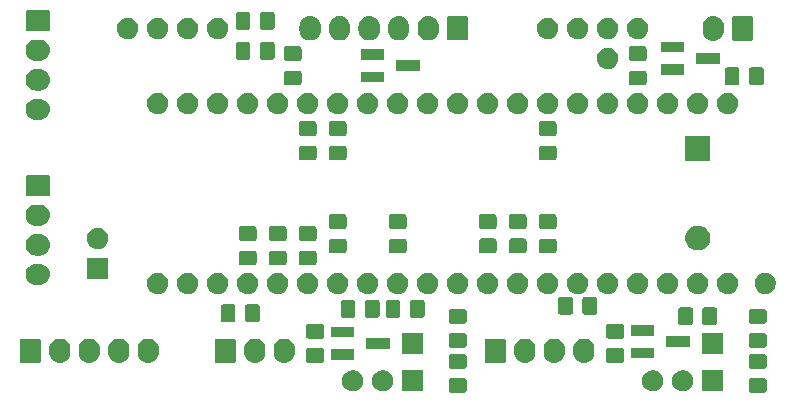
<source format=gbr>
G04 #@! TF.GenerationSoftware,KiCad,Pcbnew,5.1.5-52549c5~86~ubuntu19.04.1*
G04 #@! TF.CreationDate,2020-12-26T14:33:06+01:00*
G04 #@! TF.ProjectId,high-accuracy-logging-volt-ampmeter,68696768-2d61-4636-9375-726163792d6c,v1.0*
G04 #@! TF.SameCoordinates,Original*
G04 #@! TF.FileFunction,Soldermask,Bot*
G04 #@! TF.FilePolarity,Negative*
%FSLAX46Y46*%
G04 Gerber Fmt 4.6, Leading zero omitted, Abs format (unit mm)*
G04 Created by KiCad (PCBNEW 5.1.5-52549c5~86~ubuntu19.04.1) date 2020-12-26 14:33:06*
%MOMM*%
%LPD*%
G04 APERTURE LIST*
%ADD10C,0.100000*%
G04 APERTURE END LIST*
D10*
G36*
X173309449Y-106448650D02*
G01*
X173346914Y-106460015D01*
X173381438Y-106478469D01*
X173411698Y-106503302D01*
X173436531Y-106533562D01*
X173454985Y-106568086D01*
X173466350Y-106605551D01*
X173470800Y-106650738D01*
X173470800Y-107489262D01*
X173466350Y-107534449D01*
X173454985Y-107571914D01*
X173436531Y-107606438D01*
X173411698Y-107636698D01*
X173381438Y-107661531D01*
X173346914Y-107679985D01*
X173309449Y-107691350D01*
X173264262Y-107695800D01*
X172175738Y-107695800D01*
X172130551Y-107691350D01*
X172093086Y-107679985D01*
X172058562Y-107661531D01*
X172028302Y-107636698D01*
X172003469Y-107606438D01*
X171985015Y-107571914D01*
X171973650Y-107534449D01*
X171969200Y-107489262D01*
X171969200Y-106650738D01*
X171973650Y-106605551D01*
X171985015Y-106568086D01*
X172003469Y-106533562D01*
X172028302Y-106503302D01*
X172058562Y-106478469D01*
X172093086Y-106460015D01*
X172130551Y-106448650D01*
X172175738Y-106444200D01*
X173264262Y-106444200D01*
X173309449Y-106448650D01*
G37*
G36*
X147909449Y-106448650D02*
G01*
X147946914Y-106460015D01*
X147981438Y-106478469D01*
X148011698Y-106503302D01*
X148036531Y-106533562D01*
X148054985Y-106568086D01*
X148066350Y-106605551D01*
X148070800Y-106650738D01*
X148070800Y-107489262D01*
X148066350Y-107534449D01*
X148054985Y-107571914D01*
X148036531Y-107606438D01*
X148011698Y-107636698D01*
X147981438Y-107661531D01*
X147946914Y-107679985D01*
X147909449Y-107691350D01*
X147864262Y-107695800D01*
X146775738Y-107695800D01*
X146730551Y-107691350D01*
X146693086Y-107679985D01*
X146658562Y-107661531D01*
X146628302Y-107636698D01*
X146603469Y-107606438D01*
X146585015Y-107571914D01*
X146573650Y-107534449D01*
X146569200Y-107489262D01*
X146569200Y-106650738D01*
X146573650Y-106605551D01*
X146585015Y-106568086D01*
X146603469Y-106533562D01*
X146628302Y-106503302D01*
X146658562Y-106478469D01*
X146693086Y-106460015D01*
X146730551Y-106448650D01*
X146775738Y-106444200D01*
X147864262Y-106444200D01*
X147909449Y-106448650D01*
G37*
G36*
X141232754Y-105813817D02*
G01*
X141396689Y-105881721D01*
X141544227Y-105980303D01*
X141669697Y-106105773D01*
X141768279Y-106253311D01*
X141836183Y-106417246D01*
X141870800Y-106591279D01*
X141870800Y-106768721D01*
X141836183Y-106942754D01*
X141768279Y-107106689D01*
X141669697Y-107254227D01*
X141544227Y-107379697D01*
X141396689Y-107478279D01*
X141232754Y-107546183D01*
X141058721Y-107580800D01*
X140881279Y-107580800D01*
X140707246Y-107546183D01*
X140543311Y-107478279D01*
X140395773Y-107379697D01*
X140270303Y-107254227D01*
X140171721Y-107106689D01*
X140103817Y-106942754D01*
X140069200Y-106768721D01*
X140069200Y-106591279D01*
X140103817Y-106417246D01*
X140171721Y-106253311D01*
X140270303Y-106105773D01*
X140395773Y-105980303D01*
X140543311Y-105881721D01*
X140707246Y-105813817D01*
X140881279Y-105779200D01*
X141058721Y-105779200D01*
X141232754Y-105813817D01*
G37*
G36*
X144410800Y-107580800D02*
G01*
X142609200Y-107580800D01*
X142609200Y-105779200D01*
X144410800Y-105779200D01*
X144410800Y-107580800D01*
G37*
G36*
X166632754Y-105813817D02*
G01*
X166796689Y-105881721D01*
X166944227Y-105980303D01*
X167069697Y-106105773D01*
X167168279Y-106253311D01*
X167236183Y-106417246D01*
X167270800Y-106591279D01*
X167270800Y-106768721D01*
X167236183Y-106942754D01*
X167168279Y-107106689D01*
X167069697Y-107254227D01*
X166944227Y-107379697D01*
X166796689Y-107478279D01*
X166632754Y-107546183D01*
X166458721Y-107580800D01*
X166281279Y-107580800D01*
X166107246Y-107546183D01*
X165943311Y-107478279D01*
X165795773Y-107379697D01*
X165670303Y-107254227D01*
X165571721Y-107106689D01*
X165503817Y-106942754D01*
X165469200Y-106768721D01*
X165469200Y-106591279D01*
X165503817Y-106417246D01*
X165571721Y-106253311D01*
X165670303Y-106105773D01*
X165795773Y-105980303D01*
X165943311Y-105881721D01*
X166107246Y-105813817D01*
X166281279Y-105779200D01*
X166458721Y-105779200D01*
X166632754Y-105813817D01*
G37*
G36*
X164092754Y-105813817D02*
G01*
X164256689Y-105881721D01*
X164404227Y-105980303D01*
X164529697Y-106105773D01*
X164628279Y-106253311D01*
X164696183Y-106417246D01*
X164730800Y-106591279D01*
X164730800Y-106768721D01*
X164696183Y-106942754D01*
X164628279Y-107106689D01*
X164529697Y-107254227D01*
X164404227Y-107379697D01*
X164256689Y-107478279D01*
X164092754Y-107546183D01*
X163918721Y-107580800D01*
X163741279Y-107580800D01*
X163567246Y-107546183D01*
X163403311Y-107478279D01*
X163255773Y-107379697D01*
X163130303Y-107254227D01*
X163031721Y-107106689D01*
X162963817Y-106942754D01*
X162929200Y-106768721D01*
X162929200Y-106591279D01*
X162963817Y-106417246D01*
X163031721Y-106253311D01*
X163130303Y-106105773D01*
X163255773Y-105980303D01*
X163403311Y-105881721D01*
X163567246Y-105813817D01*
X163741279Y-105779200D01*
X163918721Y-105779200D01*
X164092754Y-105813817D01*
G37*
G36*
X138692754Y-105813817D02*
G01*
X138856689Y-105881721D01*
X139004227Y-105980303D01*
X139129697Y-106105773D01*
X139228279Y-106253311D01*
X139296183Y-106417246D01*
X139330800Y-106591279D01*
X139330800Y-106768721D01*
X139296183Y-106942754D01*
X139228279Y-107106689D01*
X139129697Y-107254227D01*
X139004227Y-107379697D01*
X138856689Y-107478279D01*
X138692754Y-107546183D01*
X138518721Y-107580800D01*
X138341279Y-107580800D01*
X138167246Y-107546183D01*
X138003311Y-107478279D01*
X137855773Y-107379697D01*
X137730303Y-107254227D01*
X137631721Y-107106689D01*
X137563817Y-106942754D01*
X137529200Y-106768721D01*
X137529200Y-106591279D01*
X137563817Y-106417246D01*
X137631721Y-106253311D01*
X137730303Y-106105773D01*
X137855773Y-105980303D01*
X138003311Y-105881721D01*
X138167246Y-105813817D01*
X138341279Y-105779200D01*
X138518721Y-105779200D01*
X138692754Y-105813817D01*
G37*
G36*
X169810800Y-107580800D02*
G01*
X168009200Y-107580800D01*
X168009200Y-105779200D01*
X169810800Y-105779200D01*
X169810800Y-107580800D01*
G37*
G36*
X173309449Y-104398650D02*
G01*
X173346914Y-104410015D01*
X173381438Y-104428469D01*
X173411698Y-104453302D01*
X173436531Y-104483562D01*
X173454985Y-104518086D01*
X173466350Y-104555551D01*
X173470800Y-104600738D01*
X173470800Y-105439262D01*
X173466350Y-105484449D01*
X173454985Y-105521914D01*
X173436531Y-105556438D01*
X173411698Y-105586698D01*
X173381438Y-105611531D01*
X173346914Y-105629985D01*
X173309449Y-105641350D01*
X173264262Y-105645800D01*
X172175738Y-105645800D01*
X172130551Y-105641350D01*
X172093086Y-105629985D01*
X172058562Y-105611531D01*
X172028302Y-105586698D01*
X172003469Y-105556438D01*
X171985015Y-105521914D01*
X171973650Y-105484449D01*
X171969200Y-105439262D01*
X171969200Y-104600738D01*
X171973650Y-104555551D01*
X171985015Y-104518086D01*
X172003469Y-104483562D01*
X172028302Y-104453302D01*
X172058562Y-104428469D01*
X172093086Y-104410015D01*
X172130551Y-104398650D01*
X172175738Y-104394200D01*
X173264262Y-104394200D01*
X173309449Y-104398650D01*
G37*
G36*
X147909449Y-104398650D02*
G01*
X147946914Y-104410015D01*
X147981438Y-104428469D01*
X148011698Y-104453302D01*
X148036531Y-104483562D01*
X148054985Y-104518086D01*
X148066350Y-104555551D01*
X148070800Y-104600738D01*
X148070800Y-105439262D01*
X148066350Y-105484449D01*
X148054985Y-105521914D01*
X148036531Y-105556438D01*
X148011698Y-105586698D01*
X147981438Y-105611531D01*
X147946914Y-105629985D01*
X147909449Y-105641350D01*
X147864262Y-105645800D01*
X146775738Y-105645800D01*
X146730551Y-105641350D01*
X146693086Y-105629985D01*
X146658562Y-105611531D01*
X146628302Y-105586698D01*
X146603469Y-105556438D01*
X146585015Y-105521914D01*
X146573650Y-105484449D01*
X146569200Y-105439262D01*
X146569200Y-104600738D01*
X146573650Y-104555551D01*
X146585015Y-104518086D01*
X146603469Y-104483562D01*
X146628302Y-104453302D01*
X146658562Y-104428469D01*
X146693086Y-104410015D01*
X146730551Y-104398650D01*
X146775738Y-104394200D01*
X147864262Y-104394200D01*
X147909449Y-104398650D01*
G37*
G36*
X116301587Y-103127233D02*
G01*
X116471387Y-103178742D01*
X116627881Y-103262389D01*
X116765044Y-103374956D01*
X116877611Y-103512119D01*
X116961258Y-103668612D01*
X117012767Y-103838412D01*
X117025800Y-103970741D01*
X117025800Y-104309258D01*
X117012767Y-104441587D01*
X116961258Y-104611387D01*
X116877611Y-104767881D01*
X116765044Y-104905044D01*
X116627881Y-105017611D01*
X116471388Y-105101258D01*
X116301588Y-105152767D01*
X116125000Y-105170159D01*
X115948413Y-105152767D01*
X115778613Y-105101258D01*
X115622120Y-105017611D01*
X115484959Y-104905046D01*
X115372387Y-104767878D01*
X115288742Y-104611388D01*
X115237233Y-104441588D01*
X115224200Y-104309259D01*
X115224200Y-103970742D01*
X115237233Y-103838413D01*
X115288742Y-103668613D01*
X115372389Y-103512119D01*
X115484956Y-103374956D01*
X115622119Y-103262389D01*
X115778612Y-103178742D01*
X115948412Y-103127233D01*
X116125000Y-103109841D01*
X116301587Y-103127233D01*
G37*
G36*
X155671587Y-103127233D02*
G01*
X155841387Y-103178742D01*
X155997881Y-103262389D01*
X156135044Y-103374956D01*
X156247611Y-103512119D01*
X156331258Y-103668612D01*
X156382767Y-103838412D01*
X156395800Y-103970741D01*
X156395800Y-104309258D01*
X156382767Y-104441587D01*
X156331258Y-104611387D01*
X156247611Y-104767881D01*
X156135044Y-104905044D01*
X155997881Y-105017611D01*
X155841388Y-105101258D01*
X155671588Y-105152767D01*
X155495000Y-105170159D01*
X155318413Y-105152767D01*
X155148613Y-105101258D01*
X154992120Y-105017611D01*
X154854959Y-104905046D01*
X154742387Y-104767878D01*
X154658742Y-104611388D01*
X154607233Y-104441588D01*
X154594200Y-104309259D01*
X154594200Y-103970742D01*
X154607233Y-103838413D01*
X154658742Y-103668613D01*
X154742389Y-103512119D01*
X154854956Y-103374956D01*
X154992119Y-103262389D01*
X155148612Y-103178742D01*
X155318412Y-103127233D01*
X155495000Y-103109841D01*
X155671587Y-103127233D01*
G37*
G36*
X158171587Y-103127233D02*
G01*
X158341387Y-103178742D01*
X158497881Y-103262389D01*
X158635044Y-103374956D01*
X158747611Y-103512119D01*
X158831258Y-103668612D01*
X158882767Y-103838412D01*
X158895800Y-103970741D01*
X158895800Y-104309258D01*
X158882767Y-104441587D01*
X158831258Y-104611387D01*
X158747611Y-104767881D01*
X158635044Y-104905044D01*
X158497881Y-105017611D01*
X158341388Y-105101258D01*
X158171588Y-105152767D01*
X157995000Y-105170159D01*
X157818413Y-105152767D01*
X157648613Y-105101258D01*
X157492120Y-105017611D01*
X157354959Y-104905046D01*
X157242387Y-104767878D01*
X157158742Y-104611388D01*
X157107233Y-104441588D01*
X157094200Y-104309259D01*
X157094200Y-103970742D01*
X157107233Y-103838413D01*
X157158742Y-103668613D01*
X157242389Y-103512119D01*
X157354956Y-103374956D01*
X157492119Y-103262389D01*
X157648612Y-103178742D01*
X157818412Y-103127233D01*
X157995000Y-103109841D01*
X158171587Y-103127233D01*
G37*
G36*
X113801587Y-103127233D02*
G01*
X113971387Y-103178742D01*
X114127881Y-103262389D01*
X114265044Y-103374956D01*
X114377611Y-103512119D01*
X114461258Y-103668612D01*
X114512767Y-103838412D01*
X114525800Y-103970741D01*
X114525800Y-104309258D01*
X114512767Y-104441587D01*
X114461258Y-104611387D01*
X114377611Y-104767881D01*
X114265044Y-104905044D01*
X114127881Y-105017611D01*
X113971388Y-105101258D01*
X113801588Y-105152767D01*
X113625000Y-105170159D01*
X113448413Y-105152767D01*
X113278613Y-105101258D01*
X113122120Y-105017611D01*
X112984959Y-104905046D01*
X112872387Y-104767878D01*
X112788742Y-104611388D01*
X112737233Y-104441588D01*
X112724200Y-104309259D01*
X112724200Y-103970742D01*
X112737233Y-103838413D01*
X112788742Y-103668613D01*
X112872389Y-103512119D01*
X112984956Y-103374956D01*
X113122119Y-103262389D01*
X113278612Y-103178742D01*
X113448412Y-103127233D01*
X113625000Y-103109841D01*
X113801587Y-103127233D01*
G37*
G36*
X153171587Y-103127233D02*
G01*
X153341387Y-103178742D01*
X153497881Y-103262389D01*
X153635044Y-103374956D01*
X153747611Y-103512119D01*
X153831258Y-103668612D01*
X153882767Y-103838412D01*
X153895800Y-103970741D01*
X153895800Y-104309258D01*
X153882767Y-104441587D01*
X153831258Y-104611387D01*
X153747611Y-104767881D01*
X153635044Y-104905044D01*
X153497881Y-105017611D01*
X153341388Y-105101258D01*
X153171588Y-105152767D01*
X152995000Y-105170159D01*
X152818413Y-105152767D01*
X152648613Y-105101258D01*
X152492120Y-105017611D01*
X152354959Y-104905046D01*
X152242387Y-104767878D01*
X152158742Y-104611388D01*
X152107233Y-104441588D01*
X152094200Y-104309259D01*
X152094200Y-103970742D01*
X152107233Y-103838413D01*
X152158742Y-103668613D01*
X152242389Y-103512119D01*
X152354956Y-103374956D01*
X152492119Y-103262389D01*
X152648612Y-103178742D01*
X152818412Y-103127233D01*
X152995000Y-103109841D01*
X153171587Y-103127233D01*
G37*
G36*
X132811587Y-103127233D02*
G01*
X132981387Y-103178742D01*
X133137881Y-103262389D01*
X133275044Y-103374956D01*
X133387611Y-103512119D01*
X133471258Y-103668612D01*
X133522767Y-103838412D01*
X133535800Y-103970741D01*
X133535800Y-104309258D01*
X133522767Y-104441587D01*
X133471258Y-104611387D01*
X133387611Y-104767881D01*
X133275044Y-104905044D01*
X133137881Y-105017611D01*
X132981388Y-105101258D01*
X132811588Y-105152767D01*
X132635000Y-105170159D01*
X132458413Y-105152767D01*
X132288613Y-105101258D01*
X132132120Y-105017611D01*
X131994959Y-104905046D01*
X131882387Y-104767878D01*
X131798742Y-104611388D01*
X131747233Y-104441588D01*
X131734200Y-104309259D01*
X131734200Y-103970742D01*
X131747233Y-103838413D01*
X131798742Y-103668613D01*
X131882389Y-103512119D01*
X131994956Y-103374956D01*
X132132119Y-103262389D01*
X132288612Y-103178742D01*
X132458412Y-103127233D01*
X132635000Y-103109841D01*
X132811587Y-103127233D01*
G37*
G36*
X130311587Y-103127233D02*
G01*
X130481387Y-103178742D01*
X130637881Y-103262389D01*
X130775044Y-103374956D01*
X130887611Y-103512119D01*
X130971258Y-103668612D01*
X131022767Y-103838412D01*
X131035800Y-103970741D01*
X131035800Y-104309258D01*
X131022767Y-104441587D01*
X130971258Y-104611387D01*
X130887611Y-104767881D01*
X130775044Y-104905044D01*
X130637881Y-105017611D01*
X130481388Y-105101258D01*
X130311588Y-105152767D01*
X130135000Y-105170159D01*
X129958413Y-105152767D01*
X129788613Y-105101258D01*
X129632120Y-105017611D01*
X129494959Y-104905046D01*
X129382387Y-104767878D01*
X129298742Y-104611388D01*
X129247233Y-104441588D01*
X129234200Y-104309259D01*
X129234200Y-103970742D01*
X129247233Y-103838413D01*
X129298742Y-103668613D01*
X129382389Y-103512119D01*
X129494956Y-103374956D01*
X129632119Y-103262389D01*
X129788612Y-103178742D01*
X129958412Y-103127233D01*
X130135000Y-103109841D01*
X130311587Y-103127233D01*
G37*
G36*
X121301587Y-103127233D02*
G01*
X121471387Y-103178742D01*
X121627881Y-103262389D01*
X121765044Y-103374956D01*
X121877611Y-103512119D01*
X121961258Y-103668612D01*
X122012767Y-103838412D01*
X122025800Y-103970741D01*
X122025800Y-104309258D01*
X122012767Y-104441587D01*
X121961258Y-104611387D01*
X121877611Y-104767881D01*
X121765044Y-104905044D01*
X121627881Y-105017611D01*
X121471388Y-105101258D01*
X121301588Y-105152767D01*
X121125000Y-105170159D01*
X120948413Y-105152767D01*
X120778613Y-105101258D01*
X120622120Y-105017611D01*
X120484959Y-104905046D01*
X120372387Y-104767878D01*
X120288742Y-104611388D01*
X120237233Y-104441588D01*
X120224200Y-104309259D01*
X120224200Y-103970742D01*
X120237233Y-103838413D01*
X120288742Y-103668613D01*
X120372389Y-103512119D01*
X120484956Y-103374956D01*
X120622119Y-103262389D01*
X120778612Y-103178742D01*
X120948412Y-103127233D01*
X121125000Y-103109841D01*
X121301587Y-103127233D01*
G37*
G36*
X118801587Y-103127233D02*
G01*
X118971387Y-103178742D01*
X119127881Y-103262389D01*
X119265044Y-103374956D01*
X119377611Y-103512119D01*
X119461258Y-103668612D01*
X119512767Y-103838412D01*
X119525800Y-103970741D01*
X119525800Y-104309258D01*
X119512767Y-104441587D01*
X119461258Y-104611387D01*
X119377611Y-104767881D01*
X119265044Y-104905044D01*
X119127881Y-105017611D01*
X118971388Y-105101258D01*
X118801588Y-105152767D01*
X118625000Y-105170159D01*
X118448413Y-105152767D01*
X118278613Y-105101258D01*
X118122120Y-105017611D01*
X117984959Y-104905046D01*
X117872387Y-104767878D01*
X117788742Y-104611388D01*
X117737233Y-104441588D01*
X117724200Y-104309259D01*
X117724200Y-103970742D01*
X117737233Y-103838413D01*
X117788742Y-103668613D01*
X117872389Y-103512119D01*
X117984956Y-103374956D01*
X118122119Y-103262389D01*
X118278612Y-103178742D01*
X118448412Y-103127233D01*
X118625000Y-103109841D01*
X118801587Y-103127233D01*
G37*
G36*
X151254586Y-103118171D02*
G01*
X151287352Y-103128111D01*
X151317552Y-103144253D01*
X151344023Y-103165977D01*
X151365747Y-103192448D01*
X151381889Y-103222648D01*
X151391829Y-103255414D01*
X151395800Y-103295738D01*
X151395800Y-104984262D01*
X151391829Y-105024586D01*
X151381889Y-105057352D01*
X151365747Y-105087552D01*
X151344023Y-105114023D01*
X151317552Y-105135747D01*
X151287352Y-105151889D01*
X151254586Y-105161829D01*
X151214262Y-105165800D01*
X149775738Y-105165800D01*
X149735414Y-105161829D01*
X149702648Y-105151889D01*
X149672448Y-105135747D01*
X149645977Y-105114023D01*
X149624253Y-105087552D01*
X149608111Y-105057352D01*
X149598171Y-105024586D01*
X149594200Y-104984262D01*
X149594200Y-103295738D01*
X149598171Y-103255414D01*
X149608111Y-103222648D01*
X149624253Y-103192448D01*
X149645977Y-103165977D01*
X149672448Y-103144253D01*
X149702648Y-103128111D01*
X149735414Y-103118171D01*
X149775738Y-103114200D01*
X151214262Y-103114200D01*
X151254586Y-103118171D01*
G37*
G36*
X128394586Y-103118171D02*
G01*
X128427352Y-103128111D01*
X128457552Y-103144253D01*
X128484023Y-103165977D01*
X128505747Y-103192448D01*
X128521889Y-103222648D01*
X128531829Y-103255414D01*
X128535800Y-103295738D01*
X128535800Y-104984262D01*
X128531829Y-105024586D01*
X128521889Y-105057352D01*
X128505747Y-105087552D01*
X128484023Y-105114023D01*
X128457552Y-105135747D01*
X128427352Y-105151889D01*
X128394586Y-105161829D01*
X128354262Y-105165800D01*
X126915738Y-105165800D01*
X126875414Y-105161829D01*
X126842648Y-105151889D01*
X126812448Y-105135747D01*
X126785977Y-105114023D01*
X126764253Y-105087552D01*
X126748111Y-105057352D01*
X126738171Y-105024586D01*
X126734200Y-104984262D01*
X126734200Y-103295738D01*
X126738171Y-103255414D01*
X126748111Y-103222648D01*
X126764253Y-103192448D01*
X126785977Y-103165977D01*
X126812448Y-103144253D01*
X126842648Y-103128111D01*
X126875414Y-103118171D01*
X126915738Y-103114200D01*
X128354262Y-103114200D01*
X128394586Y-103118171D01*
G37*
G36*
X111884586Y-103118171D02*
G01*
X111917352Y-103128111D01*
X111947552Y-103144253D01*
X111974023Y-103165977D01*
X111995747Y-103192448D01*
X112011889Y-103222648D01*
X112021829Y-103255414D01*
X112025800Y-103295738D01*
X112025800Y-104984262D01*
X112021829Y-105024586D01*
X112011889Y-105057352D01*
X111995747Y-105087552D01*
X111974023Y-105114023D01*
X111947552Y-105135747D01*
X111917352Y-105151889D01*
X111884586Y-105161829D01*
X111844262Y-105165800D01*
X110405738Y-105165800D01*
X110365414Y-105161829D01*
X110332648Y-105151889D01*
X110302448Y-105135747D01*
X110275977Y-105114023D01*
X110254253Y-105087552D01*
X110238111Y-105057352D01*
X110228171Y-105024586D01*
X110224200Y-104984262D01*
X110224200Y-103295738D01*
X110228171Y-103255414D01*
X110238111Y-103222648D01*
X110254253Y-103192448D01*
X110275977Y-103165977D01*
X110302448Y-103144253D01*
X110332648Y-103128111D01*
X110365414Y-103118171D01*
X110405738Y-103114200D01*
X111844262Y-103114200D01*
X111884586Y-103118171D01*
G37*
G36*
X161244449Y-103908650D02*
G01*
X161281914Y-103920015D01*
X161316438Y-103938469D01*
X161346698Y-103963302D01*
X161371531Y-103993562D01*
X161389985Y-104028086D01*
X161401350Y-104065551D01*
X161405800Y-104110738D01*
X161405800Y-104949262D01*
X161401350Y-104994449D01*
X161389985Y-105031914D01*
X161371531Y-105066438D01*
X161346698Y-105096698D01*
X161316438Y-105121531D01*
X161281914Y-105139985D01*
X161244449Y-105151350D01*
X161199262Y-105155800D01*
X160110738Y-105155800D01*
X160065551Y-105151350D01*
X160028086Y-105139985D01*
X159993562Y-105121531D01*
X159963302Y-105096698D01*
X159938469Y-105066438D01*
X159920015Y-105031914D01*
X159908650Y-104994449D01*
X159904200Y-104949262D01*
X159904200Y-104110738D01*
X159908650Y-104065551D01*
X159920015Y-104028086D01*
X159938469Y-103993562D01*
X159963302Y-103963302D01*
X159993562Y-103938469D01*
X160028086Y-103920015D01*
X160065551Y-103908650D01*
X160110738Y-103904200D01*
X161199262Y-103904200D01*
X161244449Y-103908650D01*
G37*
G36*
X135844449Y-103908650D02*
G01*
X135881914Y-103920015D01*
X135916438Y-103938469D01*
X135946698Y-103963302D01*
X135971531Y-103993562D01*
X135989985Y-104028086D01*
X136001350Y-104065551D01*
X136005800Y-104110738D01*
X136005800Y-104949262D01*
X136001350Y-104994449D01*
X135989985Y-105031914D01*
X135971531Y-105066438D01*
X135946698Y-105096698D01*
X135916438Y-105121531D01*
X135881914Y-105139985D01*
X135844449Y-105151350D01*
X135799262Y-105155800D01*
X134710738Y-105155800D01*
X134665551Y-105151350D01*
X134628086Y-105139985D01*
X134593562Y-105121531D01*
X134563302Y-105096698D01*
X134538469Y-105066438D01*
X134520015Y-105031914D01*
X134508650Y-104994449D01*
X134504200Y-104949262D01*
X134504200Y-104110738D01*
X134508650Y-104065551D01*
X134520015Y-104028086D01*
X134538469Y-103993562D01*
X134563302Y-103963302D01*
X134593562Y-103938469D01*
X134628086Y-103920015D01*
X134665551Y-103908650D01*
X134710738Y-103904200D01*
X135799262Y-103904200D01*
X135844449Y-103908650D01*
G37*
G36*
X138565800Y-104905800D02*
G01*
X136564200Y-104905800D01*
X136564200Y-104004200D01*
X138565800Y-104004200D01*
X138565800Y-104905800D01*
G37*
G36*
X163965800Y-104778800D02*
G01*
X161964200Y-104778800D01*
X161964200Y-103877200D01*
X163965800Y-103877200D01*
X163965800Y-104778800D01*
G37*
G36*
X169810800Y-104405800D02*
G01*
X168009200Y-104405800D01*
X168009200Y-102604200D01*
X169810800Y-102604200D01*
X169810800Y-104405800D01*
G37*
G36*
X144410800Y-104405800D02*
G01*
X142609200Y-104405800D01*
X142609200Y-102604200D01*
X144410800Y-102604200D01*
X144410800Y-104405800D01*
G37*
G36*
X141565800Y-103955800D02*
G01*
X139564200Y-103955800D01*
X139564200Y-103054200D01*
X141565800Y-103054200D01*
X141565800Y-103955800D01*
G37*
G36*
X173309449Y-102638650D02*
G01*
X173346914Y-102650015D01*
X173381438Y-102668469D01*
X173411698Y-102693302D01*
X173436531Y-102723562D01*
X173454985Y-102758086D01*
X173466350Y-102795551D01*
X173470800Y-102840738D01*
X173470800Y-103679262D01*
X173466350Y-103724449D01*
X173454985Y-103761914D01*
X173436531Y-103796438D01*
X173411698Y-103826698D01*
X173381438Y-103851531D01*
X173346914Y-103869985D01*
X173309449Y-103881350D01*
X173264262Y-103885800D01*
X172175738Y-103885800D01*
X172130551Y-103881350D01*
X172093086Y-103869985D01*
X172058562Y-103851531D01*
X172028302Y-103826698D01*
X172003469Y-103796438D01*
X171985015Y-103761914D01*
X171973650Y-103724449D01*
X171969200Y-103679262D01*
X171969200Y-102840738D01*
X171973650Y-102795551D01*
X171985015Y-102758086D01*
X172003469Y-102723562D01*
X172028302Y-102693302D01*
X172058562Y-102668469D01*
X172093086Y-102650015D01*
X172130551Y-102638650D01*
X172175738Y-102634200D01*
X173264262Y-102634200D01*
X173309449Y-102638650D01*
G37*
G36*
X147909449Y-102638650D02*
G01*
X147946914Y-102650015D01*
X147981438Y-102668469D01*
X148011698Y-102693302D01*
X148036531Y-102723562D01*
X148054985Y-102758086D01*
X148066350Y-102795551D01*
X148070800Y-102840738D01*
X148070800Y-103679262D01*
X148066350Y-103724449D01*
X148054985Y-103761914D01*
X148036531Y-103796438D01*
X148011698Y-103826698D01*
X147981438Y-103851531D01*
X147946914Y-103869985D01*
X147909449Y-103881350D01*
X147864262Y-103885800D01*
X146775738Y-103885800D01*
X146730551Y-103881350D01*
X146693086Y-103869985D01*
X146658562Y-103851531D01*
X146628302Y-103826698D01*
X146603469Y-103796438D01*
X146585015Y-103761914D01*
X146573650Y-103724449D01*
X146569200Y-103679262D01*
X146569200Y-102840738D01*
X146573650Y-102795551D01*
X146585015Y-102758086D01*
X146603469Y-102723562D01*
X146628302Y-102693302D01*
X146658562Y-102668469D01*
X146693086Y-102650015D01*
X146730551Y-102638650D01*
X146775738Y-102634200D01*
X147864262Y-102634200D01*
X147909449Y-102638650D01*
G37*
G36*
X166965800Y-103828800D02*
G01*
X164964200Y-103828800D01*
X164964200Y-102927200D01*
X166965800Y-102927200D01*
X166965800Y-103828800D01*
G37*
G36*
X135844449Y-101858650D02*
G01*
X135881914Y-101870015D01*
X135916438Y-101888469D01*
X135946698Y-101913302D01*
X135971531Y-101943562D01*
X135989985Y-101978086D01*
X136001350Y-102015551D01*
X136005800Y-102060738D01*
X136005800Y-102899262D01*
X136001350Y-102944449D01*
X135989985Y-102981914D01*
X135971531Y-103016438D01*
X135946698Y-103046698D01*
X135916438Y-103071531D01*
X135881914Y-103089985D01*
X135844449Y-103101350D01*
X135799262Y-103105800D01*
X134710738Y-103105800D01*
X134665551Y-103101350D01*
X134628086Y-103089985D01*
X134593562Y-103071531D01*
X134563302Y-103046698D01*
X134538469Y-103016438D01*
X134520015Y-102981914D01*
X134508650Y-102944449D01*
X134504200Y-102899262D01*
X134504200Y-102060738D01*
X134508650Y-102015551D01*
X134520015Y-101978086D01*
X134538469Y-101943562D01*
X134563302Y-101913302D01*
X134593562Y-101888469D01*
X134628086Y-101870015D01*
X134665551Y-101858650D01*
X134710738Y-101854200D01*
X135799262Y-101854200D01*
X135844449Y-101858650D01*
G37*
G36*
X161244449Y-101858650D02*
G01*
X161281914Y-101870015D01*
X161316438Y-101888469D01*
X161346698Y-101913302D01*
X161371531Y-101943562D01*
X161389985Y-101978086D01*
X161401350Y-102015551D01*
X161405800Y-102060738D01*
X161405800Y-102899262D01*
X161401350Y-102944449D01*
X161389985Y-102981914D01*
X161371531Y-103016438D01*
X161346698Y-103046698D01*
X161316438Y-103071531D01*
X161281914Y-103089985D01*
X161244449Y-103101350D01*
X161199262Y-103105800D01*
X160110738Y-103105800D01*
X160065551Y-103101350D01*
X160028086Y-103089985D01*
X159993562Y-103071531D01*
X159963302Y-103046698D01*
X159938469Y-103016438D01*
X159920015Y-102981914D01*
X159908650Y-102944449D01*
X159904200Y-102899262D01*
X159904200Y-102060738D01*
X159908650Y-102015551D01*
X159920015Y-101978086D01*
X159938469Y-101943562D01*
X159963302Y-101913302D01*
X159993562Y-101888469D01*
X160028086Y-101870015D01*
X160065551Y-101858650D01*
X160110738Y-101854200D01*
X161199262Y-101854200D01*
X161244449Y-101858650D01*
G37*
G36*
X138565800Y-103005800D02*
G01*
X136564200Y-103005800D01*
X136564200Y-102104200D01*
X138565800Y-102104200D01*
X138565800Y-103005800D01*
G37*
G36*
X163965800Y-102878800D02*
G01*
X161964200Y-102878800D01*
X161964200Y-101977200D01*
X163965800Y-101977200D01*
X163965800Y-102878800D01*
G37*
G36*
X169129449Y-100472650D02*
G01*
X169166914Y-100484015D01*
X169201438Y-100502469D01*
X169231698Y-100527302D01*
X169256531Y-100557562D01*
X169274985Y-100592086D01*
X169286350Y-100629551D01*
X169290800Y-100674738D01*
X169290800Y-101763262D01*
X169286350Y-101808449D01*
X169274985Y-101845914D01*
X169256531Y-101880438D01*
X169231698Y-101910698D01*
X169201438Y-101935531D01*
X169166914Y-101953985D01*
X169129449Y-101965350D01*
X169084262Y-101969800D01*
X168245738Y-101969800D01*
X168200551Y-101965350D01*
X168163086Y-101953985D01*
X168128562Y-101935531D01*
X168098302Y-101910698D01*
X168073469Y-101880438D01*
X168055015Y-101845914D01*
X168043650Y-101808449D01*
X168039200Y-101763262D01*
X168039200Y-100674738D01*
X168043650Y-100629551D01*
X168055015Y-100592086D01*
X168073469Y-100557562D01*
X168098302Y-100527302D01*
X168128562Y-100502469D01*
X168163086Y-100484015D01*
X168200551Y-100472650D01*
X168245738Y-100468200D01*
X169084262Y-100468200D01*
X169129449Y-100472650D01*
G37*
G36*
X167079449Y-100472650D02*
G01*
X167116914Y-100484015D01*
X167151438Y-100502469D01*
X167181698Y-100527302D01*
X167206531Y-100557562D01*
X167224985Y-100592086D01*
X167236350Y-100629551D01*
X167240800Y-100674738D01*
X167240800Y-101763262D01*
X167236350Y-101808449D01*
X167224985Y-101845914D01*
X167206531Y-101880438D01*
X167181698Y-101910698D01*
X167151438Y-101935531D01*
X167116914Y-101953985D01*
X167079449Y-101965350D01*
X167034262Y-101969800D01*
X166195738Y-101969800D01*
X166150551Y-101965350D01*
X166113086Y-101953985D01*
X166078562Y-101935531D01*
X166048302Y-101910698D01*
X166023469Y-101880438D01*
X166005015Y-101845914D01*
X165993650Y-101808449D01*
X165989200Y-101763262D01*
X165989200Y-100674738D01*
X165993650Y-100629551D01*
X166005015Y-100592086D01*
X166023469Y-100557562D01*
X166048302Y-100527302D01*
X166078562Y-100502469D01*
X166113086Y-100484015D01*
X166150551Y-100472650D01*
X166195738Y-100468200D01*
X167034262Y-100468200D01*
X167079449Y-100472650D01*
G37*
G36*
X147909449Y-100588650D02*
G01*
X147946914Y-100600015D01*
X147981438Y-100618469D01*
X148011698Y-100643302D01*
X148036531Y-100673562D01*
X148054985Y-100708086D01*
X148066350Y-100745551D01*
X148070800Y-100790738D01*
X148070800Y-101629262D01*
X148066350Y-101674449D01*
X148054985Y-101711914D01*
X148036531Y-101746438D01*
X148011698Y-101776698D01*
X147981438Y-101801531D01*
X147946914Y-101819985D01*
X147909449Y-101831350D01*
X147864262Y-101835800D01*
X146775738Y-101835800D01*
X146730551Y-101831350D01*
X146693086Y-101819985D01*
X146658562Y-101801531D01*
X146628302Y-101776698D01*
X146603469Y-101746438D01*
X146585015Y-101711914D01*
X146573650Y-101674449D01*
X146569200Y-101629262D01*
X146569200Y-100790738D01*
X146573650Y-100745551D01*
X146585015Y-100708086D01*
X146603469Y-100673562D01*
X146628302Y-100643302D01*
X146658562Y-100618469D01*
X146693086Y-100600015D01*
X146730551Y-100588650D01*
X146775738Y-100584200D01*
X147864262Y-100584200D01*
X147909449Y-100588650D01*
G37*
G36*
X173309449Y-100588650D02*
G01*
X173346914Y-100600015D01*
X173381438Y-100618469D01*
X173411698Y-100643302D01*
X173436531Y-100673562D01*
X173454985Y-100708086D01*
X173466350Y-100745551D01*
X173470800Y-100790738D01*
X173470800Y-101629262D01*
X173466350Y-101674449D01*
X173454985Y-101711914D01*
X173436531Y-101746438D01*
X173411698Y-101776698D01*
X173381438Y-101801531D01*
X173346914Y-101819985D01*
X173309449Y-101831350D01*
X173264262Y-101835800D01*
X172175738Y-101835800D01*
X172130551Y-101831350D01*
X172093086Y-101819985D01*
X172058562Y-101801531D01*
X172028302Y-101776698D01*
X172003469Y-101746438D01*
X171985015Y-101711914D01*
X171973650Y-101674449D01*
X171969200Y-101629262D01*
X171969200Y-100790738D01*
X171973650Y-100745551D01*
X171985015Y-100708086D01*
X172003469Y-100673562D01*
X172028302Y-100643302D01*
X172058562Y-100618469D01*
X172093086Y-100600015D01*
X172130551Y-100588650D01*
X172175738Y-100584200D01*
X173264262Y-100584200D01*
X173309449Y-100588650D01*
G37*
G36*
X130394449Y-100218650D02*
G01*
X130431914Y-100230015D01*
X130466438Y-100248469D01*
X130496698Y-100273302D01*
X130521531Y-100303562D01*
X130539985Y-100338086D01*
X130551350Y-100375551D01*
X130555800Y-100420738D01*
X130555800Y-101509262D01*
X130551350Y-101554449D01*
X130539985Y-101591914D01*
X130521531Y-101626438D01*
X130496698Y-101656698D01*
X130466438Y-101681531D01*
X130431914Y-101699985D01*
X130394449Y-101711350D01*
X130349262Y-101715800D01*
X129510738Y-101715800D01*
X129465551Y-101711350D01*
X129428086Y-101699985D01*
X129393562Y-101681531D01*
X129363302Y-101656698D01*
X129338469Y-101626438D01*
X129320015Y-101591914D01*
X129308650Y-101554449D01*
X129304200Y-101509262D01*
X129304200Y-100420738D01*
X129308650Y-100375551D01*
X129320015Y-100338086D01*
X129338469Y-100303562D01*
X129363302Y-100273302D01*
X129393562Y-100248469D01*
X129428086Y-100230015D01*
X129465551Y-100218650D01*
X129510738Y-100214200D01*
X130349262Y-100214200D01*
X130394449Y-100218650D01*
G37*
G36*
X128344449Y-100218650D02*
G01*
X128381914Y-100230015D01*
X128416438Y-100248469D01*
X128446698Y-100273302D01*
X128471531Y-100303562D01*
X128489985Y-100338086D01*
X128501350Y-100375551D01*
X128505800Y-100420738D01*
X128505800Y-101509262D01*
X128501350Y-101554449D01*
X128489985Y-101591914D01*
X128471531Y-101626438D01*
X128446698Y-101656698D01*
X128416438Y-101681531D01*
X128381914Y-101699985D01*
X128344449Y-101711350D01*
X128299262Y-101715800D01*
X127460738Y-101715800D01*
X127415551Y-101711350D01*
X127378086Y-101699985D01*
X127343562Y-101681531D01*
X127313302Y-101656698D01*
X127288469Y-101626438D01*
X127270015Y-101591914D01*
X127258650Y-101554449D01*
X127254200Y-101509262D01*
X127254200Y-100420738D01*
X127258650Y-100375551D01*
X127270015Y-100338086D01*
X127288469Y-100303562D01*
X127313302Y-100273302D01*
X127343562Y-100248469D01*
X127378086Y-100230015D01*
X127415551Y-100218650D01*
X127460738Y-100214200D01*
X128299262Y-100214200D01*
X128344449Y-100218650D01*
G37*
G36*
X138504449Y-99837650D02*
G01*
X138541914Y-99849015D01*
X138576438Y-99867469D01*
X138606698Y-99892302D01*
X138631531Y-99922562D01*
X138649985Y-99957086D01*
X138661350Y-99994551D01*
X138665800Y-100039738D01*
X138665800Y-101128262D01*
X138661350Y-101173449D01*
X138649985Y-101210914D01*
X138631531Y-101245438D01*
X138606698Y-101275698D01*
X138576438Y-101300531D01*
X138541914Y-101318985D01*
X138504449Y-101330350D01*
X138459262Y-101334800D01*
X137620738Y-101334800D01*
X137575551Y-101330350D01*
X137538086Y-101318985D01*
X137503562Y-101300531D01*
X137473302Y-101275698D01*
X137448469Y-101245438D01*
X137430015Y-101210914D01*
X137418650Y-101173449D01*
X137414200Y-101128262D01*
X137414200Y-100039738D01*
X137418650Y-99994551D01*
X137430015Y-99957086D01*
X137448469Y-99922562D01*
X137473302Y-99892302D01*
X137503562Y-99867469D01*
X137538086Y-99849015D01*
X137575551Y-99837650D01*
X137620738Y-99833200D01*
X138459262Y-99833200D01*
X138504449Y-99837650D01*
G37*
G36*
X140554449Y-99837650D02*
G01*
X140591914Y-99849015D01*
X140626438Y-99867469D01*
X140656698Y-99892302D01*
X140681531Y-99922562D01*
X140699985Y-99957086D01*
X140711350Y-99994551D01*
X140715800Y-100039738D01*
X140715800Y-101128262D01*
X140711350Y-101173449D01*
X140699985Y-101210914D01*
X140681531Y-101245438D01*
X140656698Y-101275698D01*
X140626438Y-101300531D01*
X140591914Y-101318985D01*
X140554449Y-101330350D01*
X140509262Y-101334800D01*
X139670738Y-101334800D01*
X139625551Y-101330350D01*
X139588086Y-101318985D01*
X139553562Y-101300531D01*
X139523302Y-101275698D01*
X139498469Y-101245438D01*
X139480015Y-101210914D01*
X139468650Y-101173449D01*
X139464200Y-101128262D01*
X139464200Y-100039738D01*
X139468650Y-99994551D01*
X139480015Y-99957086D01*
X139498469Y-99922562D01*
X139523302Y-99892302D01*
X139553562Y-99867469D01*
X139588086Y-99849015D01*
X139625551Y-99837650D01*
X139670738Y-99833200D01*
X140509262Y-99833200D01*
X140554449Y-99837650D01*
G37*
G36*
X142314449Y-99828650D02*
G01*
X142351914Y-99840015D01*
X142386438Y-99858469D01*
X142416698Y-99883302D01*
X142441531Y-99913562D01*
X142459985Y-99948086D01*
X142471350Y-99985551D01*
X142475800Y-100030738D01*
X142475800Y-101119262D01*
X142471350Y-101164449D01*
X142459985Y-101201914D01*
X142441531Y-101236438D01*
X142416698Y-101266698D01*
X142386438Y-101291531D01*
X142351914Y-101309985D01*
X142314449Y-101321350D01*
X142269262Y-101325800D01*
X141430738Y-101325800D01*
X141385551Y-101321350D01*
X141348086Y-101309985D01*
X141313562Y-101291531D01*
X141283302Y-101266698D01*
X141258469Y-101236438D01*
X141240015Y-101201914D01*
X141228650Y-101164449D01*
X141224200Y-101119262D01*
X141224200Y-100030738D01*
X141228650Y-99985551D01*
X141240015Y-99948086D01*
X141258469Y-99913562D01*
X141283302Y-99883302D01*
X141313562Y-99858469D01*
X141348086Y-99840015D01*
X141385551Y-99828650D01*
X141430738Y-99824200D01*
X142269262Y-99824200D01*
X142314449Y-99828650D01*
G37*
G36*
X144364449Y-99828650D02*
G01*
X144401914Y-99840015D01*
X144436438Y-99858469D01*
X144466698Y-99883302D01*
X144491531Y-99913562D01*
X144509985Y-99948086D01*
X144521350Y-99985551D01*
X144525800Y-100030738D01*
X144525800Y-101119262D01*
X144521350Y-101164449D01*
X144509985Y-101201914D01*
X144491531Y-101236438D01*
X144466698Y-101266698D01*
X144436438Y-101291531D01*
X144401914Y-101309985D01*
X144364449Y-101321350D01*
X144319262Y-101325800D01*
X143480738Y-101325800D01*
X143435551Y-101321350D01*
X143398086Y-101309985D01*
X143363562Y-101291531D01*
X143333302Y-101266698D01*
X143308469Y-101236438D01*
X143290015Y-101201914D01*
X143278650Y-101164449D01*
X143274200Y-101119262D01*
X143274200Y-100030738D01*
X143278650Y-99985551D01*
X143290015Y-99948086D01*
X143308469Y-99913562D01*
X143333302Y-99883302D01*
X143363562Y-99858469D01*
X143398086Y-99840015D01*
X143435551Y-99828650D01*
X143480738Y-99824200D01*
X144319262Y-99824200D01*
X144364449Y-99828650D01*
G37*
G36*
X158969449Y-99583650D02*
G01*
X159006914Y-99595015D01*
X159041438Y-99613469D01*
X159071698Y-99638302D01*
X159096531Y-99668562D01*
X159114985Y-99703086D01*
X159126350Y-99740551D01*
X159130800Y-99785738D01*
X159130800Y-100874262D01*
X159126350Y-100919449D01*
X159114985Y-100956914D01*
X159096531Y-100991438D01*
X159071698Y-101021698D01*
X159041438Y-101046531D01*
X159006914Y-101064985D01*
X158969449Y-101076350D01*
X158924262Y-101080800D01*
X158085738Y-101080800D01*
X158040551Y-101076350D01*
X158003086Y-101064985D01*
X157968562Y-101046531D01*
X157938302Y-101021698D01*
X157913469Y-100991438D01*
X157895015Y-100956914D01*
X157883650Y-100919449D01*
X157879200Y-100874262D01*
X157879200Y-99785738D01*
X157883650Y-99740551D01*
X157895015Y-99703086D01*
X157913469Y-99668562D01*
X157938302Y-99638302D01*
X157968562Y-99613469D01*
X158003086Y-99595015D01*
X158040551Y-99583650D01*
X158085738Y-99579200D01*
X158924262Y-99579200D01*
X158969449Y-99583650D01*
G37*
G36*
X156919449Y-99583650D02*
G01*
X156956914Y-99595015D01*
X156991438Y-99613469D01*
X157021698Y-99638302D01*
X157046531Y-99668562D01*
X157064985Y-99703086D01*
X157076350Y-99740551D01*
X157080800Y-99785738D01*
X157080800Y-100874262D01*
X157076350Y-100919449D01*
X157064985Y-100956914D01*
X157046531Y-100991438D01*
X157021698Y-101021698D01*
X156991438Y-101046531D01*
X156956914Y-101064985D01*
X156919449Y-101076350D01*
X156874262Y-101080800D01*
X156035738Y-101080800D01*
X155990551Y-101076350D01*
X155953086Y-101064985D01*
X155918562Y-101046531D01*
X155888302Y-101021698D01*
X155863469Y-100991438D01*
X155845015Y-100956914D01*
X155833650Y-100919449D01*
X155829200Y-100874262D01*
X155829200Y-99785738D01*
X155833650Y-99740551D01*
X155845015Y-99703086D01*
X155863469Y-99668562D01*
X155888302Y-99638302D01*
X155918562Y-99613469D01*
X155953086Y-99595015D01*
X155990551Y-99583650D01*
X156035738Y-99579200D01*
X156874262Y-99579200D01*
X156919449Y-99583650D01*
G37*
G36*
X122182754Y-97558817D02*
G01*
X122346689Y-97626721D01*
X122494227Y-97725303D01*
X122619697Y-97850773D01*
X122718279Y-97998311D01*
X122786183Y-98162246D01*
X122820800Y-98336279D01*
X122820800Y-98513721D01*
X122786183Y-98687754D01*
X122718279Y-98851689D01*
X122619697Y-98999227D01*
X122494227Y-99124697D01*
X122346689Y-99223279D01*
X122182754Y-99291183D01*
X122008721Y-99325800D01*
X121831279Y-99325800D01*
X121657246Y-99291183D01*
X121493311Y-99223279D01*
X121345773Y-99124697D01*
X121220303Y-98999227D01*
X121121721Y-98851689D01*
X121053817Y-98687754D01*
X121019200Y-98513721D01*
X121019200Y-98336279D01*
X121053817Y-98162246D01*
X121121721Y-97998311D01*
X121220303Y-97850773D01*
X121345773Y-97725303D01*
X121493311Y-97626721D01*
X121657246Y-97558817D01*
X121831279Y-97524200D01*
X122008721Y-97524200D01*
X122182754Y-97558817D01*
G37*
G36*
X152662754Y-97558817D02*
G01*
X152826689Y-97626721D01*
X152974227Y-97725303D01*
X153099697Y-97850773D01*
X153198279Y-97998311D01*
X153266183Y-98162246D01*
X153300800Y-98336279D01*
X153300800Y-98513721D01*
X153266183Y-98687754D01*
X153198279Y-98851689D01*
X153099697Y-98999227D01*
X152974227Y-99124697D01*
X152826689Y-99223279D01*
X152662754Y-99291183D01*
X152488721Y-99325800D01*
X152311279Y-99325800D01*
X152137246Y-99291183D01*
X151973311Y-99223279D01*
X151825773Y-99124697D01*
X151700303Y-98999227D01*
X151601721Y-98851689D01*
X151533817Y-98687754D01*
X151499200Y-98513721D01*
X151499200Y-98336279D01*
X151533817Y-98162246D01*
X151601721Y-97998311D01*
X151700303Y-97850773D01*
X151825773Y-97725303D01*
X151973311Y-97626721D01*
X152137246Y-97558817D01*
X152311279Y-97524200D01*
X152488721Y-97524200D01*
X152662754Y-97558817D01*
G37*
G36*
X155202754Y-97558817D02*
G01*
X155366689Y-97626721D01*
X155514227Y-97725303D01*
X155639697Y-97850773D01*
X155738279Y-97998311D01*
X155806183Y-98162246D01*
X155840800Y-98336279D01*
X155840800Y-98513721D01*
X155806183Y-98687754D01*
X155738279Y-98851689D01*
X155639697Y-98999227D01*
X155514227Y-99124697D01*
X155366689Y-99223279D01*
X155202754Y-99291183D01*
X155028721Y-99325800D01*
X154851279Y-99325800D01*
X154677246Y-99291183D01*
X154513311Y-99223279D01*
X154365773Y-99124697D01*
X154240303Y-98999227D01*
X154141721Y-98851689D01*
X154073817Y-98687754D01*
X154039200Y-98513721D01*
X154039200Y-98336279D01*
X154073817Y-98162246D01*
X154141721Y-97998311D01*
X154240303Y-97850773D01*
X154365773Y-97725303D01*
X154513311Y-97626721D01*
X154677246Y-97558817D01*
X154851279Y-97524200D01*
X155028721Y-97524200D01*
X155202754Y-97558817D01*
G37*
G36*
X157742754Y-97558817D02*
G01*
X157906689Y-97626721D01*
X158054227Y-97725303D01*
X158179697Y-97850773D01*
X158278279Y-97998311D01*
X158346183Y-98162246D01*
X158380800Y-98336279D01*
X158380800Y-98513721D01*
X158346183Y-98687754D01*
X158278279Y-98851689D01*
X158179697Y-98999227D01*
X158054227Y-99124697D01*
X157906689Y-99223279D01*
X157742754Y-99291183D01*
X157568721Y-99325800D01*
X157391279Y-99325800D01*
X157217246Y-99291183D01*
X157053311Y-99223279D01*
X156905773Y-99124697D01*
X156780303Y-98999227D01*
X156681721Y-98851689D01*
X156613817Y-98687754D01*
X156579200Y-98513721D01*
X156579200Y-98336279D01*
X156613817Y-98162246D01*
X156681721Y-97998311D01*
X156780303Y-97850773D01*
X156905773Y-97725303D01*
X157053311Y-97626721D01*
X157217246Y-97558817D01*
X157391279Y-97524200D01*
X157568721Y-97524200D01*
X157742754Y-97558817D01*
G37*
G36*
X160282754Y-97558817D02*
G01*
X160446689Y-97626721D01*
X160594227Y-97725303D01*
X160719697Y-97850773D01*
X160818279Y-97998311D01*
X160886183Y-98162246D01*
X160920800Y-98336279D01*
X160920800Y-98513721D01*
X160886183Y-98687754D01*
X160818279Y-98851689D01*
X160719697Y-98999227D01*
X160594227Y-99124697D01*
X160446689Y-99223279D01*
X160282754Y-99291183D01*
X160108721Y-99325800D01*
X159931279Y-99325800D01*
X159757246Y-99291183D01*
X159593311Y-99223279D01*
X159445773Y-99124697D01*
X159320303Y-98999227D01*
X159221721Y-98851689D01*
X159153817Y-98687754D01*
X159119200Y-98513721D01*
X159119200Y-98336279D01*
X159153817Y-98162246D01*
X159221721Y-97998311D01*
X159320303Y-97850773D01*
X159445773Y-97725303D01*
X159593311Y-97626721D01*
X159757246Y-97558817D01*
X159931279Y-97524200D01*
X160108721Y-97524200D01*
X160282754Y-97558817D01*
G37*
G36*
X162822754Y-97558817D02*
G01*
X162986689Y-97626721D01*
X163134227Y-97725303D01*
X163259697Y-97850773D01*
X163358279Y-97998311D01*
X163426183Y-98162246D01*
X163460800Y-98336279D01*
X163460800Y-98513721D01*
X163426183Y-98687754D01*
X163358279Y-98851689D01*
X163259697Y-98999227D01*
X163134227Y-99124697D01*
X162986689Y-99223279D01*
X162822754Y-99291183D01*
X162648721Y-99325800D01*
X162471279Y-99325800D01*
X162297246Y-99291183D01*
X162133311Y-99223279D01*
X161985773Y-99124697D01*
X161860303Y-98999227D01*
X161761721Y-98851689D01*
X161693817Y-98687754D01*
X161659200Y-98513721D01*
X161659200Y-98336279D01*
X161693817Y-98162246D01*
X161761721Y-97998311D01*
X161860303Y-97850773D01*
X161985773Y-97725303D01*
X162133311Y-97626721D01*
X162297246Y-97558817D01*
X162471279Y-97524200D01*
X162648721Y-97524200D01*
X162822754Y-97558817D01*
G37*
G36*
X165362754Y-97558817D02*
G01*
X165526689Y-97626721D01*
X165674227Y-97725303D01*
X165799697Y-97850773D01*
X165898279Y-97998311D01*
X165966183Y-98162246D01*
X166000800Y-98336279D01*
X166000800Y-98513721D01*
X165966183Y-98687754D01*
X165898279Y-98851689D01*
X165799697Y-98999227D01*
X165674227Y-99124697D01*
X165526689Y-99223279D01*
X165362754Y-99291183D01*
X165188721Y-99325800D01*
X165011279Y-99325800D01*
X164837246Y-99291183D01*
X164673311Y-99223279D01*
X164525773Y-99124697D01*
X164400303Y-98999227D01*
X164301721Y-98851689D01*
X164233817Y-98687754D01*
X164199200Y-98513721D01*
X164199200Y-98336279D01*
X164233817Y-98162246D01*
X164301721Y-97998311D01*
X164400303Y-97850773D01*
X164525773Y-97725303D01*
X164673311Y-97626721D01*
X164837246Y-97558817D01*
X165011279Y-97524200D01*
X165188721Y-97524200D01*
X165362754Y-97558817D01*
G37*
G36*
X167902754Y-97558817D02*
G01*
X168066689Y-97626721D01*
X168214227Y-97725303D01*
X168339697Y-97850773D01*
X168438279Y-97998311D01*
X168506183Y-98162246D01*
X168540800Y-98336279D01*
X168540800Y-98513721D01*
X168506183Y-98687754D01*
X168438279Y-98851689D01*
X168339697Y-98999227D01*
X168214227Y-99124697D01*
X168066689Y-99223279D01*
X167902754Y-99291183D01*
X167728721Y-99325800D01*
X167551279Y-99325800D01*
X167377246Y-99291183D01*
X167213311Y-99223279D01*
X167065773Y-99124697D01*
X166940303Y-98999227D01*
X166841721Y-98851689D01*
X166773817Y-98687754D01*
X166739200Y-98513721D01*
X166739200Y-98336279D01*
X166773817Y-98162246D01*
X166841721Y-97998311D01*
X166940303Y-97850773D01*
X167065773Y-97725303D01*
X167213311Y-97626721D01*
X167377246Y-97558817D01*
X167551279Y-97524200D01*
X167728721Y-97524200D01*
X167902754Y-97558817D01*
G37*
G36*
X170442754Y-97558817D02*
G01*
X170606689Y-97626721D01*
X170754227Y-97725303D01*
X170879697Y-97850773D01*
X170978279Y-97998311D01*
X171046183Y-98162246D01*
X171080800Y-98336279D01*
X171080800Y-98513721D01*
X171046183Y-98687754D01*
X170978279Y-98851689D01*
X170879697Y-98999227D01*
X170754227Y-99124697D01*
X170606689Y-99223279D01*
X170442754Y-99291183D01*
X170268721Y-99325800D01*
X170091279Y-99325800D01*
X169917246Y-99291183D01*
X169753311Y-99223279D01*
X169605773Y-99124697D01*
X169480303Y-98999227D01*
X169381721Y-98851689D01*
X169313817Y-98687754D01*
X169279200Y-98513721D01*
X169279200Y-98336279D01*
X169313817Y-98162246D01*
X169381721Y-97998311D01*
X169480303Y-97850773D01*
X169605773Y-97725303D01*
X169753311Y-97626721D01*
X169917246Y-97558817D01*
X170091279Y-97524200D01*
X170268721Y-97524200D01*
X170442754Y-97558817D01*
G37*
G36*
X173617754Y-97558817D02*
G01*
X173781689Y-97626721D01*
X173929227Y-97725303D01*
X174054697Y-97850773D01*
X174153279Y-97998311D01*
X174221183Y-98162246D01*
X174255800Y-98336279D01*
X174255800Y-98513721D01*
X174221183Y-98687754D01*
X174153279Y-98851689D01*
X174054697Y-98999227D01*
X173929227Y-99124697D01*
X173781689Y-99223279D01*
X173617754Y-99291183D01*
X173443721Y-99325800D01*
X173266279Y-99325800D01*
X173092246Y-99291183D01*
X172928311Y-99223279D01*
X172780773Y-99124697D01*
X172655303Y-98999227D01*
X172556721Y-98851689D01*
X172488817Y-98687754D01*
X172454200Y-98513721D01*
X172454200Y-98336279D01*
X172488817Y-98162246D01*
X172556721Y-97998311D01*
X172655303Y-97850773D01*
X172780773Y-97725303D01*
X172928311Y-97626721D01*
X173092246Y-97558817D01*
X173266279Y-97524200D01*
X173443721Y-97524200D01*
X173617754Y-97558817D01*
G37*
G36*
X145042754Y-97558817D02*
G01*
X145206689Y-97626721D01*
X145354227Y-97725303D01*
X145479697Y-97850773D01*
X145578279Y-97998311D01*
X145646183Y-98162246D01*
X145680800Y-98336279D01*
X145680800Y-98513721D01*
X145646183Y-98687754D01*
X145578279Y-98851689D01*
X145479697Y-98999227D01*
X145354227Y-99124697D01*
X145206689Y-99223279D01*
X145042754Y-99291183D01*
X144868721Y-99325800D01*
X144691279Y-99325800D01*
X144517246Y-99291183D01*
X144353311Y-99223279D01*
X144205773Y-99124697D01*
X144080303Y-98999227D01*
X143981721Y-98851689D01*
X143913817Y-98687754D01*
X143879200Y-98513721D01*
X143879200Y-98336279D01*
X143913817Y-98162246D01*
X143981721Y-97998311D01*
X144080303Y-97850773D01*
X144205773Y-97725303D01*
X144353311Y-97626721D01*
X144517246Y-97558817D01*
X144691279Y-97524200D01*
X144868721Y-97524200D01*
X145042754Y-97558817D01*
G37*
G36*
X124722754Y-97558817D02*
G01*
X124886689Y-97626721D01*
X125034227Y-97725303D01*
X125159697Y-97850773D01*
X125258279Y-97998311D01*
X125326183Y-98162246D01*
X125360800Y-98336279D01*
X125360800Y-98513721D01*
X125326183Y-98687754D01*
X125258279Y-98851689D01*
X125159697Y-98999227D01*
X125034227Y-99124697D01*
X124886689Y-99223279D01*
X124722754Y-99291183D01*
X124548721Y-99325800D01*
X124371279Y-99325800D01*
X124197246Y-99291183D01*
X124033311Y-99223279D01*
X123885773Y-99124697D01*
X123760303Y-98999227D01*
X123661721Y-98851689D01*
X123593817Y-98687754D01*
X123559200Y-98513721D01*
X123559200Y-98336279D01*
X123593817Y-98162246D01*
X123661721Y-97998311D01*
X123760303Y-97850773D01*
X123885773Y-97725303D01*
X124033311Y-97626721D01*
X124197246Y-97558817D01*
X124371279Y-97524200D01*
X124548721Y-97524200D01*
X124722754Y-97558817D01*
G37*
G36*
X150122754Y-97558817D02*
G01*
X150286689Y-97626721D01*
X150434227Y-97725303D01*
X150559697Y-97850773D01*
X150658279Y-97998311D01*
X150726183Y-98162246D01*
X150760800Y-98336279D01*
X150760800Y-98513721D01*
X150726183Y-98687754D01*
X150658279Y-98851689D01*
X150559697Y-98999227D01*
X150434227Y-99124697D01*
X150286689Y-99223279D01*
X150122754Y-99291183D01*
X149948721Y-99325800D01*
X149771279Y-99325800D01*
X149597246Y-99291183D01*
X149433311Y-99223279D01*
X149285773Y-99124697D01*
X149160303Y-98999227D01*
X149061721Y-98851689D01*
X148993817Y-98687754D01*
X148959200Y-98513721D01*
X148959200Y-98336279D01*
X148993817Y-98162246D01*
X149061721Y-97998311D01*
X149160303Y-97850773D01*
X149285773Y-97725303D01*
X149433311Y-97626721D01*
X149597246Y-97558817D01*
X149771279Y-97524200D01*
X149948721Y-97524200D01*
X150122754Y-97558817D01*
G37*
G36*
X127262754Y-97558817D02*
G01*
X127426689Y-97626721D01*
X127574227Y-97725303D01*
X127699697Y-97850773D01*
X127798279Y-97998311D01*
X127866183Y-98162246D01*
X127900800Y-98336279D01*
X127900800Y-98513721D01*
X127866183Y-98687754D01*
X127798279Y-98851689D01*
X127699697Y-98999227D01*
X127574227Y-99124697D01*
X127426689Y-99223279D01*
X127262754Y-99291183D01*
X127088721Y-99325800D01*
X126911279Y-99325800D01*
X126737246Y-99291183D01*
X126573311Y-99223279D01*
X126425773Y-99124697D01*
X126300303Y-98999227D01*
X126201721Y-98851689D01*
X126133817Y-98687754D01*
X126099200Y-98513721D01*
X126099200Y-98336279D01*
X126133817Y-98162246D01*
X126201721Y-97998311D01*
X126300303Y-97850773D01*
X126425773Y-97725303D01*
X126573311Y-97626721D01*
X126737246Y-97558817D01*
X126911279Y-97524200D01*
X127088721Y-97524200D01*
X127262754Y-97558817D01*
G37*
G36*
X129802754Y-97558817D02*
G01*
X129966689Y-97626721D01*
X130114227Y-97725303D01*
X130239697Y-97850773D01*
X130338279Y-97998311D01*
X130406183Y-98162246D01*
X130440800Y-98336279D01*
X130440800Y-98513721D01*
X130406183Y-98687754D01*
X130338279Y-98851689D01*
X130239697Y-98999227D01*
X130114227Y-99124697D01*
X129966689Y-99223279D01*
X129802754Y-99291183D01*
X129628721Y-99325800D01*
X129451279Y-99325800D01*
X129277246Y-99291183D01*
X129113311Y-99223279D01*
X128965773Y-99124697D01*
X128840303Y-98999227D01*
X128741721Y-98851689D01*
X128673817Y-98687754D01*
X128639200Y-98513721D01*
X128639200Y-98336279D01*
X128673817Y-98162246D01*
X128741721Y-97998311D01*
X128840303Y-97850773D01*
X128965773Y-97725303D01*
X129113311Y-97626721D01*
X129277246Y-97558817D01*
X129451279Y-97524200D01*
X129628721Y-97524200D01*
X129802754Y-97558817D01*
G37*
G36*
X132342754Y-97558817D02*
G01*
X132506689Y-97626721D01*
X132654227Y-97725303D01*
X132779697Y-97850773D01*
X132878279Y-97998311D01*
X132946183Y-98162246D01*
X132980800Y-98336279D01*
X132980800Y-98513721D01*
X132946183Y-98687754D01*
X132878279Y-98851689D01*
X132779697Y-98999227D01*
X132654227Y-99124697D01*
X132506689Y-99223279D01*
X132342754Y-99291183D01*
X132168721Y-99325800D01*
X131991279Y-99325800D01*
X131817246Y-99291183D01*
X131653311Y-99223279D01*
X131505773Y-99124697D01*
X131380303Y-98999227D01*
X131281721Y-98851689D01*
X131213817Y-98687754D01*
X131179200Y-98513721D01*
X131179200Y-98336279D01*
X131213817Y-98162246D01*
X131281721Y-97998311D01*
X131380303Y-97850773D01*
X131505773Y-97725303D01*
X131653311Y-97626721D01*
X131817246Y-97558817D01*
X131991279Y-97524200D01*
X132168721Y-97524200D01*
X132342754Y-97558817D01*
G37*
G36*
X134882754Y-97558817D02*
G01*
X135046689Y-97626721D01*
X135194227Y-97725303D01*
X135319697Y-97850773D01*
X135418279Y-97998311D01*
X135486183Y-98162246D01*
X135520800Y-98336279D01*
X135520800Y-98513721D01*
X135486183Y-98687754D01*
X135418279Y-98851689D01*
X135319697Y-98999227D01*
X135194227Y-99124697D01*
X135046689Y-99223279D01*
X134882754Y-99291183D01*
X134708721Y-99325800D01*
X134531279Y-99325800D01*
X134357246Y-99291183D01*
X134193311Y-99223279D01*
X134045773Y-99124697D01*
X133920303Y-98999227D01*
X133821721Y-98851689D01*
X133753817Y-98687754D01*
X133719200Y-98513721D01*
X133719200Y-98336279D01*
X133753817Y-98162246D01*
X133821721Y-97998311D01*
X133920303Y-97850773D01*
X134045773Y-97725303D01*
X134193311Y-97626721D01*
X134357246Y-97558817D01*
X134531279Y-97524200D01*
X134708721Y-97524200D01*
X134882754Y-97558817D01*
G37*
G36*
X137422754Y-97558817D02*
G01*
X137586689Y-97626721D01*
X137734227Y-97725303D01*
X137859697Y-97850773D01*
X137958279Y-97998311D01*
X138026183Y-98162246D01*
X138060800Y-98336279D01*
X138060800Y-98513721D01*
X138026183Y-98687754D01*
X137958279Y-98851689D01*
X137859697Y-98999227D01*
X137734227Y-99124697D01*
X137586689Y-99223279D01*
X137422754Y-99291183D01*
X137248721Y-99325800D01*
X137071279Y-99325800D01*
X136897246Y-99291183D01*
X136733311Y-99223279D01*
X136585773Y-99124697D01*
X136460303Y-98999227D01*
X136361721Y-98851689D01*
X136293817Y-98687754D01*
X136259200Y-98513721D01*
X136259200Y-98336279D01*
X136293817Y-98162246D01*
X136361721Y-97998311D01*
X136460303Y-97850773D01*
X136585773Y-97725303D01*
X136733311Y-97626721D01*
X136897246Y-97558817D01*
X137071279Y-97524200D01*
X137248721Y-97524200D01*
X137422754Y-97558817D01*
G37*
G36*
X139962754Y-97558817D02*
G01*
X140126689Y-97626721D01*
X140274227Y-97725303D01*
X140399697Y-97850773D01*
X140498279Y-97998311D01*
X140566183Y-98162246D01*
X140600800Y-98336279D01*
X140600800Y-98513721D01*
X140566183Y-98687754D01*
X140498279Y-98851689D01*
X140399697Y-98999227D01*
X140274227Y-99124697D01*
X140126689Y-99223279D01*
X139962754Y-99291183D01*
X139788721Y-99325800D01*
X139611279Y-99325800D01*
X139437246Y-99291183D01*
X139273311Y-99223279D01*
X139125773Y-99124697D01*
X139000303Y-98999227D01*
X138901721Y-98851689D01*
X138833817Y-98687754D01*
X138799200Y-98513721D01*
X138799200Y-98336279D01*
X138833817Y-98162246D01*
X138901721Y-97998311D01*
X139000303Y-97850773D01*
X139125773Y-97725303D01*
X139273311Y-97626721D01*
X139437246Y-97558817D01*
X139611279Y-97524200D01*
X139788721Y-97524200D01*
X139962754Y-97558817D01*
G37*
G36*
X142502754Y-97558817D02*
G01*
X142666689Y-97626721D01*
X142814227Y-97725303D01*
X142939697Y-97850773D01*
X143038279Y-97998311D01*
X143106183Y-98162246D01*
X143140800Y-98336279D01*
X143140800Y-98513721D01*
X143106183Y-98687754D01*
X143038279Y-98851689D01*
X142939697Y-98999227D01*
X142814227Y-99124697D01*
X142666689Y-99223279D01*
X142502754Y-99291183D01*
X142328721Y-99325800D01*
X142151279Y-99325800D01*
X141977246Y-99291183D01*
X141813311Y-99223279D01*
X141665773Y-99124697D01*
X141540303Y-98999227D01*
X141441721Y-98851689D01*
X141373817Y-98687754D01*
X141339200Y-98513721D01*
X141339200Y-98336279D01*
X141373817Y-98162246D01*
X141441721Y-97998311D01*
X141540303Y-97850773D01*
X141665773Y-97725303D01*
X141813311Y-97626721D01*
X141977246Y-97558817D01*
X142151279Y-97524200D01*
X142328721Y-97524200D01*
X142502754Y-97558817D01*
G37*
G36*
X147582754Y-97558817D02*
G01*
X147746689Y-97626721D01*
X147894227Y-97725303D01*
X148019697Y-97850773D01*
X148118279Y-97998311D01*
X148186183Y-98162246D01*
X148220800Y-98336279D01*
X148220800Y-98513721D01*
X148186183Y-98687754D01*
X148118279Y-98851689D01*
X148019697Y-98999227D01*
X147894227Y-99124697D01*
X147746689Y-99223279D01*
X147582754Y-99291183D01*
X147408721Y-99325800D01*
X147231279Y-99325800D01*
X147057246Y-99291183D01*
X146893311Y-99223279D01*
X146745773Y-99124697D01*
X146620303Y-98999227D01*
X146521721Y-98851689D01*
X146453817Y-98687754D01*
X146419200Y-98513721D01*
X146419200Y-98336279D01*
X146453817Y-98162246D01*
X146521721Y-97998311D01*
X146620303Y-97850773D01*
X146745773Y-97725303D01*
X146893311Y-97626721D01*
X147057246Y-97558817D01*
X147231279Y-97524200D01*
X147408721Y-97524200D01*
X147582754Y-97558817D01*
G37*
G36*
X112061588Y-96782233D02*
G01*
X112231388Y-96833742D01*
X112387881Y-96917389D01*
X112525044Y-97029956D01*
X112637611Y-97167119D01*
X112721258Y-97323612D01*
X112772767Y-97493412D01*
X112790159Y-97670000D01*
X112772767Y-97846588D01*
X112721258Y-98016388D01*
X112637611Y-98172881D01*
X112525044Y-98310044D01*
X112387881Y-98422611D01*
X112231388Y-98506258D01*
X112061588Y-98557767D01*
X111929259Y-98570800D01*
X111590741Y-98570800D01*
X111458412Y-98557767D01*
X111288612Y-98506258D01*
X111132119Y-98422611D01*
X110994956Y-98310044D01*
X110882389Y-98172881D01*
X110798742Y-98016388D01*
X110747233Y-97846588D01*
X110729841Y-97670000D01*
X110747233Y-97493412D01*
X110798742Y-97323612D01*
X110882389Y-97167119D01*
X110994956Y-97029956D01*
X111132119Y-96917389D01*
X111288612Y-96833742D01*
X111458412Y-96782233D01*
X111590741Y-96769200D01*
X111929259Y-96769200D01*
X112061588Y-96782233D01*
G37*
G36*
X117740800Y-98055800D02*
G01*
X115939200Y-98055800D01*
X115939200Y-96254200D01*
X117740800Y-96254200D01*
X117740800Y-98055800D01*
G37*
G36*
X130129449Y-95653650D02*
G01*
X130166914Y-95665015D01*
X130201438Y-95683469D01*
X130231698Y-95708302D01*
X130256531Y-95738562D01*
X130274985Y-95773086D01*
X130286350Y-95810551D01*
X130290800Y-95855738D01*
X130290800Y-96694262D01*
X130286350Y-96739449D01*
X130274985Y-96776914D01*
X130256531Y-96811438D01*
X130231698Y-96841698D01*
X130201438Y-96866531D01*
X130166914Y-96884985D01*
X130129449Y-96896350D01*
X130084262Y-96900800D01*
X128995738Y-96900800D01*
X128950551Y-96896350D01*
X128913086Y-96884985D01*
X128878562Y-96866531D01*
X128848302Y-96841698D01*
X128823469Y-96811438D01*
X128805015Y-96776914D01*
X128793650Y-96739449D01*
X128789200Y-96694262D01*
X128789200Y-95855738D01*
X128793650Y-95810551D01*
X128805015Y-95773086D01*
X128823469Y-95738562D01*
X128848302Y-95708302D01*
X128878562Y-95683469D01*
X128913086Y-95665015D01*
X128950551Y-95653650D01*
X128995738Y-95649200D01*
X130084262Y-95649200D01*
X130129449Y-95653650D01*
G37*
G36*
X135209449Y-95653650D02*
G01*
X135246914Y-95665015D01*
X135281438Y-95683469D01*
X135311698Y-95708302D01*
X135336531Y-95738562D01*
X135354985Y-95773086D01*
X135366350Y-95810551D01*
X135370800Y-95855738D01*
X135370800Y-96694262D01*
X135366350Y-96739449D01*
X135354985Y-96776914D01*
X135336531Y-96811438D01*
X135311698Y-96841698D01*
X135281438Y-96866531D01*
X135246914Y-96884985D01*
X135209449Y-96896350D01*
X135164262Y-96900800D01*
X134075738Y-96900800D01*
X134030551Y-96896350D01*
X133993086Y-96884985D01*
X133958562Y-96866531D01*
X133928302Y-96841698D01*
X133903469Y-96811438D01*
X133885015Y-96776914D01*
X133873650Y-96739449D01*
X133869200Y-96694262D01*
X133869200Y-95855738D01*
X133873650Y-95810551D01*
X133885015Y-95773086D01*
X133903469Y-95738562D01*
X133928302Y-95708302D01*
X133958562Y-95683469D01*
X133993086Y-95665015D01*
X134030551Y-95653650D01*
X134075738Y-95649200D01*
X135164262Y-95649200D01*
X135209449Y-95653650D01*
G37*
G36*
X132669449Y-95653650D02*
G01*
X132706914Y-95665015D01*
X132741438Y-95683469D01*
X132771698Y-95708302D01*
X132796531Y-95738562D01*
X132814985Y-95773086D01*
X132826350Y-95810551D01*
X132830800Y-95855738D01*
X132830800Y-96694262D01*
X132826350Y-96739449D01*
X132814985Y-96776914D01*
X132796531Y-96811438D01*
X132771698Y-96841698D01*
X132741438Y-96866531D01*
X132706914Y-96884985D01*
X132669449Y-96896350D01*
X132624262Y-96900800D01*
X131535738Y-96900800D01*
X131490551Y-96896350D01*
X131453086Y-96884985D01*
X131418562Y-96866531D01*
X131388302Y-96841698D01*
X131363469Y-96811438D01*
X131345015Y-96776914D01*
X131333650Y-96739449D01*
X131329200Y-96694262D01*
X131329200Y-95855738D01*
X131333650Y-95810551D01*
X131345015Y-95773086D01*
X131363469Y-95738562D01*
X131388302Y-95708302D01*
X131418562Y-95683469D01*
X131453086Y-95665015D01*
X131490551Y-95653650D01*
X131535738Y-95649200D01*
X132624262Y-95649200D01*
X132669449Y-95653650D01*
G37*
G36*
X112061588Y-94282233D02*
G01*
X112231388Y-94333742D01*
X112387881Y-94417389D01*
X112525044Y-94529956D01*
X112637611Y-94667119D01*
X112721258Y-94823612D01*
X112772767Y-94993412D01*
X112790159Y-95170000D01*
X112772767Y-95346588D01*
X112721258Y-95516388D01*
X112637611Y-95672881D01*
X112525044Y-95810044D01*
X112387881Y-95922611D01*
X112231388Y-96006258D01*
X112061588Y-96057767D01*
X111929259Y-96070800D01*
X111590741Y-96070800D01*
X111458412Y-96057767D01*
X111288612Y-96006258D01*
X111132119Y-95922611D01*
X110994956Y-95810044D01*
X110882389Y-95672881D01*
X110798742Y-95516388D01*
X110747233Y-95346588D01*
X110729841Y-95170000D01*
X110747233Y-94993412D01*
X110798742Y-94823612D01*
X110882389Y-94667119D01*
X110994956Y-94529956D01*
X111132119Y-94417389D01*
X111288612Y-94333742D01*
X111458412Y-94282233D01*
X111590741Y-94269200D01*
X111929259Y-94269200D01*
X112061588Y-94282233D01*
G37*
G36*
X155529449Y-94637650D02*
G01*
X155566914Y-94649015D01*
X155601438Y-94667469D01*
X155631698Y-94692302D01*
X155656531Y-94722562D01*
X155674985Y-94757086D01*
X155686350Y-94794551D01*
X155690800Y-94839738D01*
X155690800Y-95678262D01*
X155686350Y-95723449D01*
X155674985Y-95760914D01*
X155656531Y-95795438D01*
X155631698Y-95825698D01*
X155601438Y-95850531D01*
X155566914Y-95868985D01*
X155529449Y-95880350D01*
X155484262Y-95884800D01*
X154395738Y-95884800D01*
X154350551Y-95880350D01*
X154313086Y-95868985D01*
X154278562Y-95850531D01*
X154248302Y-95825698D01*
X154223469Y-95795438D01*
X154205015Y-95760914D01*
X154193650Y-95723449D01*
X154189200Y-95678262D01*
X154189200Y-94839738D01*
X154193650Y-94794551D01*
X154205015Y-94757086D01*
X154223469Y-94722562D01*
X154248302Y-94692302D01*
X154278562Y-94667469D01*
X154313086Y-94649015D01*
X154350551Y-94637650D01*
X154395738Y-94633200D01*
X155484262Y-94633200D01*
X155529449Y-94637650D01*
G37*
G36*
X137749449Y-94637650D02*
G01*
X137786914Y-94649015D01*
X137821438Y-94667469D01*
X137851698Y-94692302D01*
X137876531Y-94722562D01*
X137894985Y-94757086D01*
X137906350Y-94794551D01*
X137910800Y-94839738D01*
X137910800Y-95678262D01*
X137906350Y-95723449D01*
X137894985Y-95760914D01*
X137876531Y-95795438D01*
X137851698Y-95825698D01*
X137821438Y-95850531D01*
X137786914Y-95868985D01*
X137749449Y-95880350D01*
X137704262Y-95884800D01*
X136615738Y-95884800D01*
X136570551Y-95880350D01*
X136533086Y-95868985D01*
X136498562Y-95850531D01*
X136468302Y-95825698D01*
X136443469Y-95795438D01*
X136425015Y-95760914D01*
X136413650Y-95723449D01*
X136409200Y-95678262D01*
X136409200Y-94839738D01*
X136413650Y-94794551D01*
X136425015Y-94757086D01*
X136443469Y-94722562D01*
X136468302Y-94692302D01*
X136498562Y-94667469D01*
X136533086Y-94649015D01*
X136570551Y-94637650D01*
X136615738Y-94633200D01*
X137704262Y-94633200D01*
X137749449Y-94637650D01*
G37*
G36*
X142829449Y-94637650D02*
G01*
X142866914Y-94649015D01*
X142901438Y-94667469D01*
X142931698Y-94692302D01*
X142956531Y-94722562D01*
X142974985Y-94757086D01*
X142986350Y-94794551D01*
X142990800Y-94839738D01*
X142990800Y-95678262D01*
X142986350Y-95723449D01*
X142974985Y-95760914D01*
X142956531Y-95795438D01*
X142931698Y-95825698D01*
X142901438Y-95850531D01*
X142866914Y-95868985D01*
X142829449Y-95880350D01*
X142784262Y-95884800D01*
X141695738Y-95884800D01*
X141650551Y-95880350D01*
X141613086Y-95868985D01*
X141578562Y-95850531D01*
X141548302Y-95825698D01*
X141523469Y-95795438D01*
X141505015Y-95760914D01*
X141493650Y-95723449D01*
X141489200Y-95678262D01*
X141489200Y-94839738D01*
X141493650Y-94794551D01*
X141505015Y-94757086D01*
X141523469Y-94722562D01*
X141548302Y-94692302D01*
X141578562Y-94667469D01*
X141613086Y-94649015D01*
X141650551Y-94637650D01*
X141695738Y-94633200D01*
X142784262Y-94633200D01*
X142829449Y-94637650D01*
G37*
G36*
X152989449Y-94633950D02*
G01*
X153026914Y-94645315D01*
X153061438Y-94663769D01*
X153091698Y-94688602D01*
X153116531Y-94718862D01*
X153134985Y-94753386D01*
X153146350Y-94790851D01*
X153150800Y-94836038D01*
X153150800Y-95674562D01*
X153146350Y-95719749D01*
X153134985Y-95757214D01*
X153116531Y-95791738D01*
X153091698Y-95821998D01*
X153061438Y-95846831D01*
X153026914Y-95865285D01*
X152989449Y-95876650D01*
X152944262Y-95881100D01*
X151855738Y-95881100D01*
X151810551Y-95876650D01*
X151773086Y-95865285D01*
X151738562Y-95846831D01*
X151708302Y-95821998D01*
X151683469Y-95791738D01*
X151665015Y-95757214D01*
X151653650Y-95719749D01*
X151649200Y-95674562D01*
X151649200Y-94836038D01*
X151653650Y-94790851D01*
X151665015Y-94753386D01*
X151683469Y-94718862D01*
X151708302Y-94688602D01*
X151738562Y-94663769D01*
X151773086Y-94645315D01*
X151810551Y-94633950D01*
X151855738Y-94629500D01*
X152944262Y-94629500D01*
X152989449Y-94633950D01*
G37*
G36*
X150449449Y-94633950D02*
G01*
X150486914Y-94645315D01*
X150521438Y-94663769D01*
X150551698Y-94688602D01*
X150576531Y-94718862D01*
X150594985Y-94753386D01*
X150606350Y-94790851D01*
X150610800Y-94836038D01*
X150610800Y-95674562D01*
X150606350Y-95719749D01*
X150594985Y-95757214D01*
X150576531Y-95791738D01*
X150551698Y-95821998D01*
X150521438Y-95846831D01*
X150486914Y-95865285D01*
X150449449Y-95876650D01*
X150404262Y-95881100D01*
X149315738Y-95881100D01*
X149270551Y-95876650D01*
X149233086Y-95865285D01*
X149198562Y-95846831D01*
X149168302Y-95821998D01*
X149143469Y-95791738D01*
X149125015Y-95757214D01*
X149113650Y-95719749D01*
X149109200Y-95674562D01*
X149109200Y-94836038D01*
X149113650Y-94790851D01*
X149125015Y-94753386D01*
X149143469Y-94718862D01*
X149168302Y-94688602D01*
X149198562Y-94663769D01*
X149233086Y-94645315D01*
X149270551Y-94633950D01*
X149315738Y-94629500D01*
X150404262Y-94629500D01*
X150449449Y-94633950D01*
G37*
G36*
X167946507Y-93584582D02*
G01*
X168137740Y-93663793D01*
X168309846Y-93778791D01*
X168456209Y-93925154D01*
X168571207Y-94097260D01*
X168650418Y-94288493D01*
X168690800Y-94491505D01*
X168690800Y-94698495D01*
X168650418Y-94901507D01*
X168571207Y-95092740D01*
X168456209Y-95264846D01*
X168309846Y-95411209D01*
X168137740Y-95526207D01*
X167946507Y-95605418D01*
X167743495Y-95645800D01*
X167536505Y-95645800D01*
X167333493Y-95605418D01*
X167142260Y-95526207D01*
X166970154Y-95411209D01*
X166823791Y-95264846D01*
X166708793Y-95092740D01*
X166629582Y-94901507D01*
X166589200Y-94698495D01*
X166589200Y-94491505D01*
X166629582Y-94288493D01*
X166708793Y-94097260D01*
X166823791Y-93925154D01*
X166970154Y-93778791D01*
X167142260Y-93663793D01*
X167333493Y-93584582D01*
X167536505Y-93544200D01*
X167743495Y-93544200D01*
X167946507Y-93584582D01*
G37*
G36*
X117102754Y-93748817D02*
G01*
X117266689Y-93816721D01*
X117414227Y-93915303D01*
X117539697Y-94040773D01*
X117638279Y-94188311D01*
X117706183Y-94352246D01*
X117740800Y-94526279D01*
X117740800Y-94703721D01*
X117706183Y-94877754D01*
X117638279Y-95041689D01*
X117539697Y-95189227D01*
X117414227Y-95314697D01*
X117266689Y-95413279D01*
X117102754Y-95481183D01*
X116928721Y-95515800D01*
X116751279Y-95515800D01*
X116577246Y-95481183D01*
X116413311Y-95413279D01*
X116265773Y-95314697D01*
X116140303Y-95189227D01*
X116041721Y-95041689D01*
X115973817Y-94877754D01*
X115939200Y-94703721D01*
X115939200Y-94526279D01*
X115973817Y-94352246D01*
X116041721Y-94188311D01*
X116140303Y-94040773D01*
X116265773Y-93915303D01*
X116413311Y-93816721D01*
X116577246Y-93748817D01*
X116751279Y-93714200D01*
X116928721Y-93714200D01*
X117102754Y-93748817D01*
G37*
G36*
X135209449Y-93603650D02*
G01*
X135246914Y-93615015D01*
X135281438Y-93633469D01*
X135311698Y-93658302D01*
X135336531Y-93688562D01*
X135354985Y-93723086D01*
X135366350Y-93760551D01*
X135370800Y-93805738D01*
X135370800Y-94644262D01*
X135366350Y-94689449D01*
X135354985Y-94726914D01*
X135336531Y-94761438D01*
X135311698Y-94791698D01*
X135281438Y-94816531D01*
X135246914Y-94834985D01*
X135209449Y-94846350D01*
X135164262Y-94850800D01*
X134075738Y-94850800D01*
X134030551Y-94846350D01*
X133993086Y-94834985D01*
X133958562Y-94816531D01*
X133928302Y-94791698D01*
X133903469Y-94761438D01*
X133885015Y-94726914D01*
X133873650Y-94689449D01*
X133869200Y-94644262D01*
X133869200Y-93805738D01*
X133873650Y-93760551D01*
X133885015Y-93723086D01*
X133903469Y-93688562D01*
X133928302Y-93658302D01*
X133958562Y-93633469D01*
X133993086Y-93615015D01*
X134030551Y-93603650D01*
X134075738Y-93599200D01*
X135164262Y-93599200D01*
X135209449Y-93603650D01*
G37*
G36*
X132669449Y-93603650D02*
G01*
X132706914Y-93615015D01*
X132741438Y-93633469D01*
X132771698Y-93658302D01*
X132796531Y-93688562D01*
X132814985Y-93723086D01*
X132826350Y-93760551D01*
X132830800Y-93805738D01*
X132830800Y-94644262D01*
X132826350Y-94689449D01*
X132814985Y-94726914D01*
X132796531Y-94761438D01*
X132771698Y-94791698D01*
X132741438Y-94816531D01*
X132706914Y-94834985D01*
X132669449Y-94846350D01*
X132624262Y-94850800D01*
X131535738Y-94850800D01*
X131490551Y-94846350D01*
X131453086Y-94834985D01*
X131418562Y-94816531D01*
X131388302Y-94791698D01*
X131363469Y-94761438D01*
X131345015Y-94726914D01*
X131333650Y-94689449D01*
X131329200Y-94644262D01*
X131329200Y-93805738D01*
X131333650Y-93760551D01*
X131345015Y-93723086D01*
X131363469Y-93688562D01*
X131388302Y-93658302D01*
X131418562Y-93633469D01*
X131453086Y-93615015D01*
X131490551Y-93603650D01*
X131535738Y-93599200D01*
X132624262Y-93599200D01*
X132669449Y-93603650D01*
G37*
G36*
X130129449Y-93603650D02*
G01*
X130166914Y-93615015D01*
X130201438Y-93633469D01*
X130231698Y-93658302D01*
X130256531Y-93688562D01*
X130274985Y-93723086D01*
X130286350Y-93760551D01*
X130290800Y-93805738D01*
X130290800Y-94644262D01*
X130286350Y-94689449D01*
X130274985Y-94726914D01*
X130256531Y-94761438D01*
X130231698Y-94791698D01*
X130201438Y-94816531D01*
X130166914Y-94834985D01*
X130129449Y-94846350D01*
X130084262Y-94850800D01*
X128995738Y-94850800D01*
X128950551Y-94846350D01*
X128913086Y-94834985D01*
X128878562Y-94816531D01*
X128848302Y-94791698D01*
X128823469Y-94761438D01*
X128805015Y-94726914D01*
X128793650Y-94689449D01*
X128789200Y-94644262D01*
X128789200Y-93805738D01*
X128793650Y-93760551D01*
X128805015Y-93723086D01*
X128823469Y-93688562D01*
X128848302Y-93658302D01*
X128878562Y-93633469D01*
X128913086Y-93615015D01*
X128950551Y-93603650D01*
X128995738Y-93599200D01*
X130084262Y-93599200D01*
X130129449Y-93603650D01*
G37*
G36*
X155529449Y-92587650D02*
G01*
X155566914Y-92599015D01*
X155601438Y-92617469D01*
X155631698Y-92642302D01*
X155656531Y-92672562D01*
X155674985Y-92707086D01*
X155686350Y-92744551D01*
X155690800Y-92789738D01*
X155690800Y-93628262D01*
X155686350Y-93673449D01*
X155674985Y-93710914D01*
X155656531Y-93745438D01*
X155631698Y-93775698D01*
X155601438Y-93800531D01*
X155566914Y-93818985D01*
X155529449Y-93830350D01*
X155484262Y-93834800D01*
X154395738Y-93834800D01*
X154350551Y-93830350D01*
X154313086Y-93818985D01*
X154278562Y-93800531D01*
X154248302Y-93775698D01*
X154223469Y-93745438D01*
X154205015Y-93710914D01*
X154193650Y-93673449D01*
X154189200Y-93628262D01*
X154189200Y-92789738D01*
X154193650Y-92744551D01*
X154205015Y-92707086D01*
X154223469Y-92672562D01*
X154248302Y-92642302D01*
X154278562Y-92617469D01*
X154313086Y-92599015D01*
X154350551Y-92587650D01*
X154395738Y-92583200D01*
X155484262Y-92583200D01*
X155529449Y-92587650D01*
G37*
G36*
X137749449Y-92587650D02*
G01*
X137786914Y-92599015D01*
X137821438Y-92617469D01*
X137851698Y-92642302D01*
X137876531Y-92672562D01*
X137894985Y-92707086D01*
X137906350Y-92744551D01*
X137910800Y-92789738D01*
X137910800Y-93628262D01*
X137906350Y-93673449D01*
X137894985Y-93710914D01*
X137876531Y-93745438D01*
X137851698Y-93775698D01*
X137821438Y-93800531D01*
X137786914Y-93818985D01*
X137749449Y-93830350D01*
X137704262Y-93834800D01*
X136615738Y-93834800D01*
X136570551Y-93830350D01*
X136533086Y-93818985D01*
X136498562Y-93800531D01*
X136468302Y-93775698D01*
X136443469Y-93745438D01*
X136425015Y-93710914D01*
X136413650Y-93673449D01*
X136409200Y-93628262D01*
X136409200Y-92789738D01*
X136413650Y-92744551D01*
X136425015Y-92707086D01*
X136443469Y-92672562D01*
X136468302Y-92642302D01*
X136498562Y-92617469D01*
X136533086Y-92599015D01*
X136570551Y-92587650D01*
X136615738Y-92583200D01*
X137704262Y-92583200D01*
X137749449Y-92587650D01*
G37*
G36*
X142829449Y-92587650D02*
G01*
X142866914Y-92599015D01*
X142901438Y-92617469D01*
X142931698Y-92642302D01*
X142956531Y-92672562D01*
X142974985Y-92707086D01*
X142986350Y-92744551D01*
X142990800Y-92789738D01*
X142990800Y-93628262D01*
X142986350Y-93673449D01*
X142974985Y-93710914D01*
X142956531Y-93745438D01*
X142931698Y-93775698D01*
X142901438Y-93800531D01*
X142866914Y-93818985D01*
X142829449Y-93830350D01*
X142784262Y-93834800D01*
X141695738Y-93834800D01*
X141650551Y-93830350D01*
X141613086Y-93818985D01*
X141578562Y-93800531D01*
X141548302Y-93775698D01*
X141523469Y-93745438D01*
X141505015Y-93710914D01*
X141493650Y-93673449D01*
X141489200Y-93628262D01*
X141489200Y-92789738D01*
X141493650Y-92744551D01*
X141505015Y-92707086D01*
X141523469Y-92672562D01*
X141548302Y-92642302D01*
X141578562Y-92617469D01*
X141613086Y-92599015D01*
X141650551Y-92587650D01*
X141695738Y-92583200D01*
X142784262Y-92583200D01*
X142829449Y-92587650D01*
G37*
G36*
X152989449Y-92583950D02*
G01*
X153026914Y-92595315D01*
X153061438Y-92613769D01*
X153091698Y-92638602D01*
X153116531Y-92668862D01*
X153134985Y-92703386D01*
X153146350Y-92740851D01*
X153150800Y-92786038D01*
X153150800Y-93624562D01*
X153146350Y-93669749D01*
X153134985Y-93707214D01*
X153116531Y-93741738D01*
X153091698Y-93771998D01*
X153061438Y-93796831D01*
X153026914Y-93815285D01*
X152989449Y-93826650D01*
X152944262Y-93831100D01*
X151855738Y-93831100D01*
X151810551Y-93826650D01*
X151773086Y-93815285D01*
X151738562Y-93796831D01*
X151708302Y-93771998D01*
X151683469Y-93741738D01*
X151665015Y-93707214D01*
X151653650Y-93669749D01*
X151649200Y-93624562D01*
X151649200Y-92786038D01*
X151653650Y-92740851D01*
X151665015Y-92703386D01*
X151683469Y-92668862D01*
X151708302Y-92638602D01*
X151738562Y-92613769D01*
X151773086Y-92595315D01*
X151810551Y-92583950D01*
X151855738Y-92579500D01*
X152944262Y-92579500D01*
X152989449Y-92583950D01*
G37*
G36*
X150449449Y-92583950D02*
G01*
X150486914Y-92595315D01*
X150521438Y-92613769D01*
X150551698Y-92638602D01*
X150576531Y-92668862D01*
X150594985Y-92703386D01*
X150606350Y-92740851D01*
X150610800Y-92786038D01*
X150610800Y-93624562D01*
X150606350Y-93669749D01*
X150594985Y-93707214D01*
X150576531Y-93741738D01*
X150551698Y-93771998D01*
X150521438Y-93796831D01*
X150486914Y-93815285D01*
X150449449Y-93826650D01*
X150404262Y-93831100D01*
X149315738Y-93831100D01*
X149270551Y-93826650D01*
X149233086Y-93815285D01*
X149198562Y-93796831D01*
X149168302Y-93771998D01*
X149143469Y-93741738D01*
X149125015Y-93707214D01*
X149113650Y-93669749D01*
X149109200Y-93624562D01*
X149109200Y-92786038D01*
X149113650Y-92740851D01*
X149125015Y-92703386D01*
X149143469Y-92668862D01*
X149168302Y-92638602D01*
X149198562Y-92613769D01*
X149233086Y-92595315D01*
X149270551Y-92583950D01*
X149315738Y-92579500D01*
X150404262Y-92579500D01*
X150449449Y-92583950D01*
G37*
G36*
X112061588Y-91782233D02*
G01*
X112231388Y-91833742D01*
X112387881Y-91917389D01*
X112525044Y-92029956D01*
X112637611Y-92167119D01*
X112721258Y-92323612D01*
X112772767Y-92493412D01*
X112790159Y-92670000D01*
X112772767Y-92846588D01*
X112721258Y-93016388D01*
X112637611Y-93172881D01*
X112525044Y-93310044D01*
X112387881Y-93422611D01*
X112231388Y-93506258D01*
X112061588Y-93557767D01*
X111929259Y-93570800D01*
X111590741Y-93570800D01*
X111458412Y-93557767D01*
X111288612Y-93506258D01*
X111132119Y-93422611D01*
X110994956Y-93310044D01*
X110882389Y-93172881D01*
X110798742Y-93016388D01*
X110747233Y-92846588D01*
X110729841Y-92670000D01*
X110747233Y-92493412D01*
X110798742Y-92323612D01*
X110882389Y-92167119D01*
X110994956Y-92029956D01*
X111132119Y-91917389D01*
X111288612Y-91833742D01*
X111458412Y-91782233D01*
X111590741Y-91769200D01*
X111929259Y-91769200D01*
X112061588Y-91782233D01*
G37*
G36*
X112644586Y-89273171D02*
G01*
X112677352Y-89283111D01*
X112707552Y-89299253D01*
X112734023Y-89320977D01*
X112755747Y-89347448D01*
X112771889Y-89377648D01*
X112781829Y-89410414D01*
X112785800Y-89450738D01*
X112785800Y-90889262D01*
X112781829Y-90929586D01*
X112771889Y-90962352D01*
X112755747Y-90992552D01*
X112734023Y-91019023D01*
X112707552Y-91040747D01*
X112677352Y-91056889D01*
X112644586Y-91066829D01*
X112604262Y-91070800D01*
X110915738Y-91070800D01*
X110875414Y-91066829D01*
X110842648Y-91056889D01*
X110812448Y-91040747D01*
X110785977Y-91019023D01*
X110764253Y-90992552D01*
X110748111Y-90962352D01*
X110738171Y-90929586D01*
X110734200Y-90889262D01*
X110734200Y-89450738D01*
X110738171Y-89410414D01*
X110748111Y-89377648D01*
X110764253Y-89347448D01*
X110785977Y-89320977D01*
X110812448Y-89299253D01*
X110842648Y-89283111D01*
X110875414Y-89273171D01*
X110915738Y-89269200D01*
X112604262Y-89269200D01*
X112644586Y-89273171D01*
G37*
G36*
X168690800Y-88045800D02*
G01*
X166589200Y-88045800D01*
X166589200Y-85944200D01*
X168690800Y-85944200D01*
X168690800Y-88045800D01*
G37*
G36*
X137749449Y-86763650D02*
G01*
X137786914Y-86775015D01*
X137821438Y-86793469D01*
X137851698Y-86818302D01*
X137876531Y-86848562D01*
X137894985Y-86883086D01*
X137906350Y-86920551D01*
X137910800Y-86965738D01*
X137910800Y-87804262D01*
X137906350Y-87849449D01*
X137894985Y-87886914D01*
X137876531Y-87921438D01*
X137851698Y-87951698D01*
X137821438Y-87976531D01*
X137786914Y-87994985D01*
X137749449Y-88006350D01*
X137704262Y-88010800D01*
X136615738Y-88010800D01*
X136570551Y-88006350D01*
X136533086Y-87994985D01*
X136498562Y-87976531D01*
X136468302Y-87951698D01*
X136443469Y-87921438D01*
X136425015Y-87886914D01*
X136413650Y-87849449D01*
X136409200Y-87804262D01*
X136409200Y-86965738D01*
X136413650Y-86920551D01*
X136425015Y-86883086D01*
X136443469Y-86848562D01*
X136468302Y-86818302D01*
X136498562Y-86793469D01*
X136533086Y-86775015D01*
X136570551Y-86763650D01*
X136615738Y-86759200D01*
X137704262Y-86759200D01*
X137749449Y-86763650D01*
G37*
G36*
X135209449Y-86763650D02*
G01*
X135246914Y-86775015D01*
X135281438Y-86793469D01*
X135311698Y-86818302D01*
X135336531Y-86848562D01*
X135354985Y-86883086D01*
X135366350Y-86920551D01*
X135370800Y-86965738D01*
X135370800Y-87804262D01*
X135366350Y-87849449D01*
X135354985Y-87886914D01*
X135336531Y-87921438D01*
X135311698Y-87951698D01*
X135281438Y-87976531D01*
X135246914Y-87994985D01*
X135209449Y-88006350D01*
X135164262Y-88010800D01*
X134075738Y-88010800D01*
X134030551Y-88006350D01*
X133993086Y-87994985D01*
X133958562Y-87976531D01*
X133928302Y-87951698D01*
X133903469Y-87921438D01*
X133885015Y-87886914D01*
X133873650Y-87849449D01*
X133869200Y-87804262D01*
X133869200Y-86965738D01*
X133873650Y-86920551D01*
X133885015Y-86883086D01*
X133903469Y-86848562D01*
X133928302Y-86818302D01*
X133958562Y-86793469D01*
X133993086Y-86775015D01*
X134030551Y-86763650D01*
X134075738Y-86759200D01*
X135164262Y-86759200D01*
X135209449Y-86763650D01*
G37*
G36*
X155529449Y-86763650D02*
G01*
X155566914Y-86775015D01*
X155601438Y-86793469D01*
X155631698Y-86818302D01*
X155656531Y-86848562D01*
X155674985Y-86883086D01*
X155686350Y-86920551D01*
X155690800Y-86965738D01*
X155690800Y-87804262D01*
X155686350Y-87849449D01*
X155674985Y-87886914D01*
X155656531Y-87921438D01*
X155631698Y-87951698D01*
X155601438Y-87976531D01*
X155566914Y-87994985D01*
X155529449Y-88006350D01*
X155484262Y-88010800D01*
X154395738Y-88010800D01*
X154350551Y-88006350D01*
X154313086Y-87994985D01*
X154278562Y-87976531D01*
X154248302Y-87951698D01*
X154223469Y-87921438D01*
X154205015Y-87886914D01*
X154193650Y-87849449D01*
X154189200Y-87804262D01*
X154189200Y-86965738D01*
X154193650Y-86920551D01*
X154205015Y-86883086D01*
X154223469Y-86848562D01*
X154248302Y-86818302D01*
X154278562Y-86793469D01*
X154313086Y-86775015D01*
X154350551Y-86763650D01*
X154395738Y-86759200D01*
X155484262Y-86759200D01*
X155529449Y-86763650D01*
G37*
G36*
X135209449Y-84713650D02*
G01*
X135246914Y-84725015D01*
X135281438Y-84743469D01*
X135311698Y-84768302D01*
X135336531Y-84798562D01*
X135354985Y-84833086D01*
X135366350Y-84870551D01*
X135370800Y-84915738D01*
X135370800Y-85754262D01*
X135366350Y-85799449D01*
X135354985Y-85836914D01*
X135336531Y-85871438D01*
X135311698Y-85901698D01*
X135281438Y-85926531D01*
X135246914Y-85944985D01*
X135209449Y-85956350D01*
X135164262Y-85960800D01*
X134075738Y-85960800D01*
X134030551Y-85956350D01*
X133993086Y-85944985D01*
X133958562Y-85926531D01*
X133928302Y-85901698D01*
X133903469Y-85871438D01*
X133885015Y-85836914D01*
X133873650Y-85799449D01*
X133869200Y-85754262D01*
X133869200Y-84915738D01*
X133873650Y-84870551D01*
X133885015Y-84833086D01*
X133903469Y-84798562D01*
X133928302Y-84768302D01*
X133958562Y-84743469D01*
X133993086Y-84725015D01*
X134030551Y-84713650D01*
X134075738Y-84709200D01*
X135164262Y-84709200D01*
X135209449Y-84713650D01*
G37*
G36*
X155529449Y-84713650D02*
G01*
X155566914Y-84725015D01*
X155601438Y-84743469D01*
X155631698Y-84768302D01*
X155656531Y-84798562D01*
X155674985Y-84833086D01*
X155686350Y-84870551D01*
X155690800Y-84915738D01*
X155690800Y-85754262D01*
X155686350Y-85799449D01*
X155674985Y-85836914D01*
X155656531Y-85871438D01*
X155631698Y-85901698D01*
X155601438Y-85926531D01*
X155566914Y-85944985D01*
X155529449Y-85956350D01*
X155484262Y-85960800D01*
X154395738Y-85960800D01*
X154350551Y-85956350D01*
X154313086Y-85944985D01*
X154278562Y-85926531D01*
X154248302Y-85901698D01*
X154223469Y-85871438D01*
X154205015Y-85836914D01*
X154193650Y-85799449D01*
X154189200Y-85754262D01*
X154189200Y-84915738D01*
X154193650Y-84870551D01*
X154205015Y-84833086D01*
X154223469Y-84798562D01*
X154248302Y-84768302D01*
X154278562Y-84743469D01*
X154313086Y-84725015D01*
X154350551Y-84713650D01*
X154395738Y-84709200D01*
X155484262Y-84709200D01*
X155529449Y-84713650D01*
G37*
G36*
X137749449Y-84713650D02*
G01*
X137786914Y-84725015D01*
X137821438Y-84743469D01*
X137851698Y-84768302D01*
X137876531Y-84798562D01*
X137894985Y-84833086D01*
X137906350Y-84870551D01*
X137910800Y-84915738D01*
X137910800Y-85754262D01*
X137906350Y-85799449D01*
X137894985Y-85836914D01*
X137876531Y-85871438D01*
X137851698Y-85901698D01*
X137821438Y-85926531D01*
X137786914Y-85944985D01*
X137749449Y-85956350D01*
X137704262Y-85960800D01*
X136615738Y-85960800D01*
X136570551Y-85956350D01*
X136533086Y-85944985D01*
X136498562Y-85926531D01*
X136468302Y-85901698D01*
X136443469Y-85871438D01*
X136425015Y-85836914D01*
X136413650Y-85799449D01*
X136409200Y-85754262D01*
X136409200Y-84915738D01*
X136413650Y-84870551D01*
X136425015Y-84833086D01*
X136443469Y-84798562D01*
X136468302Y-84768302D01*
X136498562Y-84743469D01*
X136533086Y-84725015D01*
X136570551Y-84713650D01*
X136615738Y-84709200D01*
X137704262Y-84709200D01*
X137749449Y-84713650D01*
G37*
G36*
X112061588Y-82812233D02*
G01*
X112231388Y-82863742D01*
X112387881Y-82947389D01*
X112525044Y-83059956D01*
X112637611Y-83197119D01*
X112721258Y-83353612D01*
X112772767Y-83523412D01*
X112790159Y-83700000D01*
X112772767Y-83876588D01*
X112721258Y-84046388D01*
X112637611Y-84202881D01*
X112525044Y-84340044D01*
X112387881Y-84452611D01*
X112231388Y-84536258D01*
X112061588Y-84587767D01*
X111929259Y-84600800D01*
X111590741Y-84600800D01*
X111458412Y-84587767D01*
X111288612Y-84536258D01*
X111132119Y-84452611D01*
X110994956Y-84340044D01*
X110882389Y-84202881D01*
X110798742Y-84046388D01*
X110747233Y-83876588D01*
X110729841Y-83700000D01*
X110747233Y-83523412D01*
X110798742Y-83353612D01*
X110882389Y-83197119D01*
X110994956Y-83059956D01*
X111132119Y-82947389D01*
X111288612Y-82863742D01*
X111458412Y-82812233D01*
X111590741Y-82799200D01*
X111929259Y-82799200D01*
X112061588Y-82812233D01*
G37*
G36*
X165362754Y-82318817D02*
G01*
X165526689Y-82386721D01*
X165674227Y-82485303D01*
X165799697Y-82610773D01*
X165898279Y-82758311D01*
X165966183Y-82922246D01*
X166000800Y-83096279D01*
X166000800Y-83273721D01*
X165966183Y-83447754D01*
X165898279Y-83611689D01*
X165799697Y-83759227D01*
X165674227Y-83884697D01*
X165526689Y-83983279D01*
X165362754Y-84051183D01*
X165188721Y-84085800D01*
X165011279Y-84085800D01*
X164837246Y-84051183D01*
X164673311Y-83983279D01*
X164525773Y-83884697D01*
X164400303Y-83759227D01*
X164301721Y-83611689D01*
X164233817Y-83447754D01*
X164199200Y-83273721D01*
X164199200Y-83096279D01*
X164233817Y-82922246D01*
X164301721Y-82758311D01*
X164400303Y-82610773D01*
X164525773Y-82485303D01*
X164673311Y-82386721D01*
X164837246Y-82318817D01*
X165011279Y-82284200D01*
X165188721Y-82284200D01*
X165362754Y-82318817D01*
G37*
G36*
X170442754Y-82318817D02*
G01*
X170606689Y-82386721D01*
X170754227Y-82485303D01*
X170879697Y-82610773D01*
X170978279Y-82758311D01*
X171046183Y-82922246D01*
X171080800Y-83096279D01*
X171080800Y-83273721D01*
X171046183Y-83447754D01*
X170978279Y-83611689D01*
X170879697Y-83759227D01*
X170754227Y-83884697D01*
X170606689Y-83983279D01*
X170442754Y-84051183D01*
X170268721Y-84085800D01*
X170091279Y-84085800D01*
X169917246Y-84051183D01*
X169753311Y-83983279D01*
X169605773Y-83884697D01*
X169480303Y-83759227D01*
X169381721Y-83611689D01*
X169313817Y-83447754D01*
X169279200Y-83273721D01*
X169279200Y-83096279D01*
X169313817Y-82922246D01*
X169381721Y-82758311D01*
X169480303Y-82610773D01*
X169605773Y-82485303D01*
X169753311Y-82386721D01*
X169917246Y-82318817D01*
X170091279Y-82284200D01*
X170268721Y-82284200D01*
X170442754Y-82318817D01*
G37*
G36*
X167902754Y-82318817D02*
G01*
X168066689Y-82386721D01*
X168214227Y-82485303D01*
X168339697Y-82610773D01*
X168438279Y-82758311D01*
X168506183Y-82922246D01*
X168540800Y-83096279D01*
X168540800Y-83273721D01*
X168506183Y-83447754D01*
X168438279Y-83611689D01*
X168339697Y-83759227D01*
X168214227Y-83884697D01*
X168066689Y-83983279D01*
X167902754Y-84051183D01*
X167728721Y-84085800D01*
X167551279Y-84085800D01*
X167377246Y-84051183D01*
X167213311Y-83983279D01*
X167065773Y-83884697D01*
X166940303Y-83759227D01*
X166841721Y-83611689D01*
X166773817Y-83447754D01*
X166739200Y-83273721D01*
X166739200Y-83096279D01*
X166773817Y-82922246D01*
X166841721Y-82758311D01*
X166940303Y-82610773D01*
X167065773Y-82485303D01*
X167213311Y-82386721D01*
X167377246Y-82318817D01*
X167551279Y-82284200D01*
X167728721Y-82284200D01*
X167902754Y-82318817D01*
G37*
G36*
X162822754Y-82318817D02*
G01*
X162986689Y-82386721D01*
X163134227Y-82485303D01*
X163259697Y-82610773D01*
X163358279Y-82758311D01*
X163426183Y-82922246D01*
X163460800Y-83096279D01*
X163460800Y-83273721D01*
X163426183Y-83447754D01*
X163358279Y-83611689D01*
X163259697Y-83759227D01*
X163134227Y-83884697D01*
X162986689Y-83983279D01*
X162822754Y-84051183D01*
X162648721Y-84085800D01*
X162471279Y-84085800D01*
X162297246Y-84051183D01*
X162133311Y-83983279D01*
X161985773Y-83884697D01*
X161860303Y-83759227D01*
X161761721Y-83611689D01*
X161693817Y-83447754D01*
X161659200Y-83273721D01*
X161659200Y-83096279D01*
X161693817Y-82922246D01*
X161761721Y-82758311D01*
X161860303Y-82610773D01*
X161985773Y-82485303D01*
X162133311Y-82386721D01*
X162297246Y-82318817D01*
X162471279Y-82284200D01*
X162648721Y-82284200D01*
X162822754Y-82318817D01*
G37*
G36*
X160282754Y-82318817D02*
G01*
X160446689Y-82386721D01*
X160594227Y-82485303D01*
X160719697Y-82610773D01*
X160818279Y-82758311D01*
X160886183Y-82922246D01*
X160920800Y-83096279D01*
X160920800Y-83273721D01*
X160886183Y-83447754D01*
X160818279Y-83611689D01*
X160719697Y-83759227D01*
X160594227Y-83884697D01*
X160446689Y-83983279D01*
X160282754Y-84051183D01*
X160108721Y-84085800D01*
X159931279Y-84085800D01*
X159757246Y-84051183D01*
X159593311Y-83983279D01*
X159445773Y-83884697D01*
X159320303Y-83759227D01*
X159221721Y-83611689D01*
X159153817Y-83447754D01*
X159119200Y-83273721D01*
X159119200Y-83096279D01*
X159153817Y-82922246D01*
X159221721Y-82758311D01*
X159320303Y-82610773D01*
X159445773Y-82485303D01*
X159593311Y-82386721D01*
X159757246Y-82318817D01*
X159931279Y-82284200D01*
X160108721Y-82284200D01*
X160282754Y-82318817D01*
G37*
G36*
X157742754Y-82318817D02*
G01*
X157906689Y-82386721D01*
X158054227Y-82485303D01*
X158179697Y-82610773D01*
X158278279Y-82758311D01*
X158346183Y-82922246D01*
X158380800Y-83096279D01*
X158380800Y-83273721D01*
X158346183Y-83447754D01*
X158278279Y-83611689D01*
X158179697Y-83759227D01*
X158054227Y-83884697D01*
X157906689Y-83983279D01*
X157742754Y-84051183D01*
X157568721Y-84085800D01*
X157391279Y-84085800D01*
X157217246Y-84051183D01*
X157053311Y-83983279D01*
X156905773Y-83884697D01*
X156780303Y-83759227D01*
X156681721Y-83611689D01*
X156613817Y-83447754D01*
X156579200Y-83273721D01*
X156579200Y-83096279D01*
X156613817Y-82922246D01*
X156681721Y-82758311D01*
X156780303Y-82610773D01*
X156905773Y-82485303D01*
X157053311Y-82386721D01*
X157217246Y-82318817D01*
X157391279Y-82284200D01*
X157568721Y-82284200D01*
X157742754Y-82318817D01*
G37*
G36*
X155202754Y-82318817D02*
G01*
X155366689Y-82386721D01*
X155514227Y-82485303D01*
X155639697Y-82610773D01*
X155738279Y-82758311D01*
X155806183Y-82922246D01*
X155840800Y-83096279D01*
X155840800Y-83273721D01*
X155806183Y-83447754D01*
X155738279Y-83611689D01*
X155639697Y-83759227D01*
X155514227Y-83884697D01*
X155366689Y-83983279D01*
X155202754Y-84051183D01*
X155028721Y-84085800D01*
X154851279Y-84085800D01*
X154677246Y-84051183D01*
X154513311Y-83983279D01*
X154365773Y-83884697D01*
X154240303Y-83759227D01*
X154141721Y-83611689D01*
X154073817Y-83447754D01*
X154039200Y-83273721D01*
X154039200Y-83096279D01*
X154073817Y-82922246D01*
X154141721Y-82758311D01*
X154240303Y-82610773D01*
X154365773Y-82485303D01*
X154513311Y-82386721D01*
X154677246Y-82318817D01*
X154851279Y-82284200D01*
X155028721Y-82284200D01*
X155202754Y-82318817D01*
G37*
G36*
X152662754Y-82318817D02*
G01*
X152826689Y-82386721D01*
X152974227Y-82485303D01*
X153099697Y-82610773D01*
X153198279Y-82758311D01*
X153266183Y-82922246D01*
X153300800Y-83096279D01*
X153300800Y-83273721D01*
X153266183Y-83447754D01*
X153198279Y-83611689D01*
X153099697Y-83759227D01*
X152974227Y-83884697D01*
X152826689Y-83983279D01*
X152662754Y-84051183D01*
X152488721Y-84085800D01*
X152311279Y-84085800D01*
X152137246Y-84051183D01*
X151973311Y-83983279D01*
X151825773Y-83884697D01*
X151700303Y-83759227D01*
X151601721Y-83611689D01*
X151533817Y-83447754D01*
X151499200Y-83273721D01*
X151499200Y-83096279D01*
X151533817Y-82922246D01*
X151601721Y-82758311D01*
X151700303Y-82610773D01*
X151825773Y-82485303D01*
X151973311Y-82386721D01*
X152137246Y-82318817D01*
X152311279Y-82284200D01*
X152488721Y-82284200D01*
X152662754Y-82318817D01*
G37*
G36*
X150122754Y-82318817D02*
G01*
X150286689Y-82386721D01*
X150434227Y-82485303D01*
X150559697Y-82610773D01*
X150658279Y-82758311D01*
X150726183Y-82922246D01*
X150760800Y-83096279D01*
X150760800Y-83273721D01*
X150726183Y-83447754D01*
X150658279Y-83611689D01*
X150559697Y-83759227D01*
X150434227Y-83884697D01*
X150286689Y-83983279D01*
X150122754Y-84051183D01*
X149948721Y-84085800D01*
X149771279Y-84085800D01*
X149597246Y-84051183D01*
X149433311Y-83983279D01*
X149285773Y-83884697D01*
X149160303Y-83759227D01*
X149061721Y-83611689D01*
X148993817Y-83447754D01*
X148959200Y-83273721D01*
X148959200Y-83096279D01*
X148993817Y-82922246D01*
X149061721Y-82758311D01*
X149160303Y-82610773D01*
X149285773Y-82485303D01*
X149433311Y-82386721D01*
X149597246Y-82318817D01*
X149771279Y-82284200D01*
X149948721Y-82284200D01*
X150122754Y-82318817D01*
G37*
G36*
X147582754Y-82318817D02*
G01*
X147746689Y-82386721D01*
X147894227Y-82485303D01*
X148019697Y-82610773D01*
X148118279Y-82758311D01*
X148186183Y-82922246D01*
X148220800Y-83096279D01*
X148220800Y-83273721D01*
X148186183Y-83447754D01*
X148118279Y-83611689D01*
X148019697Y-83759227D01*
X147894227Y-83884697D01*
X147746689Y-83983279D01*
X147582754Y-84051183D01*
X147408721Y-84085800D01*
X147231279Y-84085800D01*
X147057246Y-84051183D01*
X146893311Y-83983279D01*
X146745773Y-83884697D01*
X146620303Y-83759227D01*
X146521721Y-83611689D01*
X146453817Y-83447754D01*
X146419200Y-83273721D01*
X146419200Y-83096279D01*
X146453817Y-82922246D01*
X146521721Y-82758311D01*
X146620303Y-82610773D01*
X146745773Y-82485303D01*
X146893311Y-82386721D01*
X147057246Y-82318817D01*
X147231279Y-82284200D01*
X147408721Y-82284200D01*
X147582754Y-82318817D01*
G37*
G36*
X142502754Y-82318817D02*
G01*
X142666689Y-82386721D01*
X142814227Y-82485303D01*
X142939697Y-82610773D01*
X143038279Y-82758311D01*
X143106183Y-82922246D01*
X143140800Y-83096279D01*
X143140800Y-83273721D01*
X143106183Y-83447754D01*
X143038279Y-83611689D01*
X142939697Y-83759227D01*
X142814227Y-83884697D01*
X142666689Y-83983279D01*
X142502754Y-84051183D01*
X142328721Y-84085800D01*
X142151279Y-84085800D01*
X141977246Y-84051183D01*
X141813311Y-83983279D01*
X141665773Y-83884697D01*
X141540303Y-83759227D01*
X141441721Y-83611689D01*
X141373817Y-83447754D01*
X141339200Y-83273721D01*
X141339200Y-83096279D01*
X141373817Y-82922246D01*
X141441721Y-82758311D01*
X141540303Y-82610773D01*
X141665773Y-82485303D01*
X141813311Y-82386721D01*
X141977246Y-82318817D01*
X142151279Y-82284200D01*
X142328721Y-82284200D01*
X142502754Y-82318817D01*
G37*
G36*
X145042754Y-82318817D02*
G01*
X145206689Y-82386721D01*
X145354227Y-82485303D01*
X145479697Y-82610773D01*
X145578279Y-82758311D01*
X145646183Y-82922246D01*
X145680800Y-83096279D01*
X145680800Y-83273721D01*
X145646183Y-83447754D01*
X145578279Y-83611689D01*
X145479697Y-83759227D01*
X145354227Y-83884697D01*
X145206689Y-83983279D01*
X145042754Y-84051183D01*
X144868721Y-84085800D01*
X144691279Y-84085800D01*
X144517246Y-84051183D01*
X144353311Y-83983279D01*
X144205773Y-83884697D01*
X144080303Y-83759227D01*
X143981721Y-83611689D01*
X143913817Y-83447754D01*
X143879200Y-83273721D01*
X143879200Y-83096279D01*
X143913817Y-82922246D01*
X143981721Y-82758311D01*
X144080303Y-82610773D01*
X144205773Y-82485303D01*
X144353311Y-82386721D01*
X144517246Y-82318817D01*
X144691279Y-82284200D01*
X144868721Y-82284200D01*
X145042754Y-82318817D01*
G37*
G36*
X122182754Y-82318817D02*
G01*
X122346689Y-82386721D01*
X122494227Y-82485303D01*
X122619697Y-82610773D01*
X122718279Y-82758311D01*
X122786183Y-82922246D01*
X122820800Y-83096279D01*
X122820800Y-83273721D01*
X122786183Y-83447754D01*
X122718279Y-83611689D01*
X122619697Y-83759227D01*
X122494227Y-83884697D01*
X122346689Y-83983279D01*
X122182754Y-84051183D01*
X122008721Y-84085800D01*
X121831279Y-84085800D01*
X121657246Y-84051183D01*
X121493311Y-83983279D01*
X121345773Y-83884697D01*
X121220303Y-83759227D01*
X121121721Y-83611689D01*
X121053817Y-83447754D01*
X121019200Y-83273721D01*
X121019200Y-83096279D01*
X121053817Y-82922246D01*
X121121721Y-82758311D01*
X121220303Y-82610773D01*
X121345773Y-82485303D01*
X121493311Y-82386721D01*
X121657246Y-82318817D01*
X121831279Y-82284200D01*
X122008721Y-82284200D01*
X122182754Y-82318817D01*
G37*
G36*
X124722754Y-82318817D02*
G01*
X124886689Y-82386721D01*
X125034227Y-82485303D01*
X125159697Y-82610773D01*
X125258279Y-82758311D01*
X125326183Y-82922246D01*
X125360800Y-83096279D01*
X125360800Y-83273721D01*
X125326183Y-83447754D01*
X125258279Y-83611689D01*
X125159697Y-83759227D01*
X125034227Y-83884697D01*
X124886689Y-83983279D01*
X124722754Y-84051183D01*
X124548721Y-84085800D01*
X124371279Y-84085800D01*
X124197246Y-84051183D01*
X124033311Y-83983279D01*
X123885773Y-83884697D01*
X123760303Y-83759227D01*
X123661721Y-83611689D01*
X123593817Y-83447754D01*
X123559200Y-83273721D01*
X123559200Y-83096279D01*
X123593817Y-82922246D01*
X123661721Y-82758311D01*
X123760303Y-82610773D01*
X123885773Y-82485303D01*
X124033311Y-82386721D01*
X124197246Y-82318817D01*
X124371279Y-82284200D01*
X124548721Y-82284200D01*
X124722754Y-82318817D01*
G37*
G36*
X127262754Y-82318817D02*
G01*
X127426689Y-82386721D01*
X127574227Y-82485303D01*
X127699697Y-82610773D01*
X127798279Y-82758311D01*
X127866183Y-82922246D01*
X127900800Y-83096279D01*
X127900800Y-83273721D01*
X127866183Y-83447754D01*
X127798279Y-83611689D01*
X127699697Y-83759227D01*
X127574227Y-83884697D01*
X127426689Y-83983279D01*
X127262754Y-84051183D01*
X127088721Y-84085800D01*
X126911279Y-84085800D01*
X126737246Y-84051183D01*
X126573311Y-83983279D01*
X126425773Y-83884697D01*
X126300303Y-83759227D01*
X126201721Y-83611689D01*
X126133817Y-83447754D01*
X126099200Y-83273721D01*
X126099200Y-83096279D01*
X126133817Y-82922246D01*
X126201721Y-82758311D01*
X126300303Y-82610773D01*
X126425773Y-82485303D01*
X126573311Y-82386721D01*
X126737246Y-82318817D01*
X126911279Y-82284200D01*
X127088721Y-82284200D01*
X127262754Y-82318817D01*
G37*
G36*
X129802754Y-82318817D02*
G01*
X129966689Y-82386721D01*
X130114227Y-82485303D01*
X130239697Y-82610773D01*
X130338279Y-82758311D01*
X130406183Y-82922246D01*
X130440800Y-83096279D01*
X130440800Y-83273721D01*
X130406183Y-83447754D01*
X130338279Y-83611689D01*
X130239697Y-83759227D01*
X130114227Y-83884697D01*
X129966689Y-83983279D01*
X129802754Y-84051183D01*
X129628721Y-84085800D01*
X129451279Y-84085800D01*
X129277246Y-84051183D01*
X129113311Y-83983279D01*
X128965773Y-83884697D01*
X128840303Y-83759227D01*
X128741721Y-83611689D01*
X128673817Y-83447754D01*
X128639200Y-83273721D01*
X128639200Y-83096279D01*
X128673817Y-82922246D01*
X128741721Y-82758311D01*
X128840303Y-82610773D01*
X128965773Y-82485303D01*
X129113311Y-82386721D01*
X129277246Y-82318817D01*
X129451279Y-82284200D01*
X129628721Y-82284200D01*
X129802754Y-82318817D01*
G37*
G36*
X134882754Y-82318817D02*
G01*
X135046689Y-82386721D01*
X135194227Y-82485303D01*
X135319697Y-82610773D01*
X135418279Y-82758311D01*
X135486183Y-82922246D01*
X135520800Y-83096279D01*
X135520800Y-83273721D01*
X135486183Y-83447754D01*
X135418279Y-83611689D01*
X135319697Y-83759227D01*
X135194227Y-83884697D01*
X135046689Y-83983279D01*
X134882754Y-84051183D01*
X134708721Y-84085800D01*
X134531279Y-84085800D01*
X134357246Y-84051183D01*
X134193311Y-83983279D01*
X134045773Y-83884697D01*
X133920303Y-83759227D01*
X133821721Y-83611689D01*
X133753817Y-83447754D01*
X133719200Y-83273721D01*
X133719200Y-83096279D01*
X133753817Y-82922246D01*
X133821721Y-82758311D01*
X133920303Y-82610773D01*
X134045773Y-82485303D01*
X134193311Y-82386721D01*
X134357246Y-82318817D01*
X134531279Y-82284200D01*
X134708721Y-82284200D01*
X134882754Y-82318817D01*
G37*
G36*
X137422754Y-82318817D02*
G01*
X137586689Y-82386721D01*
X137734227Y-82485303D01*
X137859697Y-82610773D01*
X137958279Y-82758311D01*
X138026183Y-82922246D01*
X138060800Y-83096279D01*
X138060800Y-83273721D01*
X138026183Y-83447754D01*
X137958279Y-83611689D01*
X137859697Y-83759227D01*
X137734227Y-83884697D01*
X137586689Y-83983279D01*
X137422754Y-84051183D01*
X137248721Y-84085800D01*
X137071279Y-84085800D01*
X136897246Y-84051183D01*
X136733311Y-83983279D01*
X136585773Y-83884697D01*
X136460303Y-83759227D01*
X136361721Y-83611689D01*
X136293817Y-83447754D01*
X136259200Y-83273721D01*
X136259200Y-83096279D01*
X136293817Y-82922246D01*
X136361721Y-82758311D01*
X136460303Y-82610773D01*
X136585773Y-82485303D01*
X136733311Y-82386721D01*
X136897246Y-82318817D01*
X137071279Y-82284200D01*
X137248721Y-82284200D01*
X137422754Y-82318817D01*
G37*
G36*
X139962754Y-82318817D02*
G01*
X140126689Y-82386721D01*
X140274227Y-82485303D01*
X140399697Y-82610773D01*
X140498279Y-82758311D01*
X140566183Y-82922246D01*
X140600800Y-83096279D01*
X140600800Y-83273721D01*
X140566183Y-83447754D01*
X140498279Y-83611689D01*
X140399697Y-83759227D01*
X140274227Y-83884697D01*
X140126689Y-83983279D01*
X139962754Y-84051183D01*
X139788721Y-84085800D01*
X139611279Y-84085800D01*
X139437246Y-84051183D01*
X139273311Y-83983279D01*
X139125773Y-83884697D01*
X139000303Y-83759227D01*
X138901721Y-83611689D01*
X138833817Y-83447754D01*
X138799200Y-83273721D01*
X138799200Y-83096279D01*
X138833817Y-82922246D01*
X138901721Y-82758311D01*
X139000303Y-82610773D01*
X139125773Y-82485303D01*
X139273311Y-82386721D01*
X139437246Y-82318817D01*
X139611279Y-82284200D01*
X139788721Y-82284200D01*
X139962754Y-82318817D01*
G37*
G36*
X132342754Y-82318817D02*
G01*
X132506689Y-82386721D01*
X132654227Y-82485303D01*
X132779697Y-82610773D01*
X132878279Y-82758311D01*
X132946183Y-82922246D01*
X132980800Y-83096279D01*
X132980800Y-83273721D01*
X132946183Y-83447754D01*
X132878279Y-83611689D01*
X132779697Y-83759227D01*
X132654227Y-83884697D01*
X132506689Y-83983279D01*
X132342754Y-84051183D01*
X132168721Y-84085800D01*
X131991279Y-84085800D01*
X131817246Y-84051183D01*
X131653311Y-83983279D01*
X131505773Y-83884697D01*
X131380303Y-83759227D01*
X131281721Y-83611689D01*
X131213817Y-83447754D01*
X131179200Y-83273721D01*
X131179200Y-83096279D01*
X131213817Y-82922246D01*
X131281721Y-82758311D01*
X131380303Y-82610773D01*
X131505773Y-82485303D01*
X131653311Y-82386721D01*
X131817246Y-82318817D01*
X131991279Y-82284200D01*
X132168721Y-82284200D01*
X132342754Y-82318817D01*
G37*
G36*
X112061588Y-80312233D02*
G01*
X112231388Y-80363742D01*
X112387881Y-80447389D01*
X112525044Y-80559956D01*
X112637611Y-80697119D01*
X112721258Y-80853612D01*
X112772767Y-81023412D01*
X112790159Y-81200000D01*
X112772767Y-81376588D01*
X112721258Y-81546388D01*
X112637611Y-81702881D01*
X112525044Y-81840044D01*
X112387881Y-81952611D01*
X112231388Y-82036258D01*
X112061588Y-82087767D01*
X111929259Y-82100800D01*
X111590741Y-82100800D01*
X111458412Y-82087767D01*
X111288612Y-82036258D01*
X111132119Y-81952611D01*
X110994956Y-81840044D01*
X110882389Y-81702881D01*
X110798742Y-81546388D01*
X110747233Y-81376588D01*
X110729841Y-81200000D01*
X110747233Y-81023412D01*
X110798742Y-80853612D01*
X110882389Y-80697119D01*
X110994956Y-80559956D01*
X111132119Y-80447389D01*
X111288612Y-80363742D01*
X111458412Y-80312233D01*
X111590741Y-80299200D01*
X111929259Y-80299200D01*
X112061588Y-80312233D01*
G37*
G36*
X133939449Y-80413650D02*
G01*
X133976914Y-80425015D01*
X134011438Y-80443469D01*
X134041698Y-80468302D01*
X134066531Y-80498562D01*
X134084985Y-80533086D01*
X134096350Y-80570551D01*
X134100800Y-80615738D01*
X134100800Y-81454262D01*
X134096350Y-81499449D01*
X134084985Y-81536914D01*
X134066531Y-81571438D01*
X134041698Y-81601698D01*
X134011438Y-81626531D01*
X133976914Y-81644985D01*
X133939449Y-81656350D01*
X133894262Y-81660800D01*
X132805738Y-81660800D01*
X132760551Y-81656350D01*
X132723086Y-81644985D01*
X132688562Y-81626531D01*
X132658302Y-81601698D01*
X132633469Y-81571438D01*
X132615015Y-81536914D01*
X132603650Y-81499449D01*
X132599200Y-81454262D01*
X132599200Y-80615738D01*
X132603650Y-80570551D01*
X132615015Y-80533086D01*
X132633469Y-80498562D01*
X132658302Y-80468302D01*
X132688562Y-80443469D01*
X132723086Y-80425015D01*
X132760551Y-80413650D01*
X132805738Y-80409200D01*
X133894262Y-80409200D01*
X133939449Y-80413650D01*
G37*
G36*
X163149449Y-80413650D02*
G01*
X163186914Y-80425015D01*
X163221438Y-80443469D01*
X163251698Y-80468302D01*
X163276531Y-80498562D01*
X163294985Y-80533086D01*
X163306350Y-80570551D01*
X163310800Y-80615738D01*
X163310800Y-81454262D01*
X163306350Y-81499449D01*
X163294985Y-81536914D01*
X163276531Y-81571438D01*
X163251698Y-81601698D01*
X163221438Y-81626531D01*
X163186914Y-81644985D01*
X163149449Y-81656350D01*
X163104262Y-81660800D01*
X162015738Y-81660800D01*
X161970551Y-81656350D01*
X161933086Y-81644985D01*
X161898562Y-81626531D01*
X161868302Y-81601698D01*
X161843469Y-81571438D01*
X161825015Y-81536914D01*
X161813650Y-81499449D01*
X161809200Y-81454262D01*
X161809200Y-80615738D01*
X161813650Y-80570551D01*
X161825015Y-80533086D01*
X161843469Y-80498562D01*
X161868302Y-80468302D01*
X161898562Y-80443469D01*
X161933086Y-80425015D01*
X161970551Y-80413650D01*
X162015738Y-80409200D01*
X163104262Y-80409200D01*
X163149449Y-80413650D01*
G37*
G36*
X173066449Y-80152650D02*
G01*
X173103914Y-80164015D01*
X173138438Y-80182469D01*
X173168698Y-80207302D01*
X173193531Y-80237562D01*
X173211985Y-80272086D01*
X173223350Y-80309551D01*
X173227800Y-80354738D01*
X173227800Y-81443262D01*
X173223350Y-81488449D01*
X173211985Y-81525914D01*
X173193531Y-81560438D01*
X173168698Y-81590698D01*
X173138438Y-81615531D01*
X173103914Y-81633985D01*
X173066449Y-81645350D01*
X173021262Y-81649800D01*
X172182738Y-81649800D01*
X172137551Y-81645350D01*
X172100086Y-81633985D01*
X172065562Y-81615531D01*
X172035302Y-81590698D01*
X172010469Y-81560438D01*
X171992015Y-81525914D01*
X171980650Y-81488449D01*
X171976200Y-81443262D01*
X171976200Y-80354738D01*
X171980650Y-80309551D01*
X171992015Y-80272086D01*
X172010469Y-80237562D01*
X172035302Y-80207302D01*
X172065562Y-80182469D01*
X172100086Y-80164015D01*
X172137551Y-80152650D01*
X172182738Y-80148200D01*
X173021262Y-80148200D01*
X173066449Y-80152650D01*
G37*
G36*
X171016449Y-80152650D02*
G01*
X171053914Y-80164015D01*
X171088438Y-80182469D01*
X171118698Y-80207302D01*
X171143531Y-80237562D01*
X171161985Y-80272086D01*
X171173350Y-80309551D01*
X171177800Y-80354738D01*
X171177800Y-81443262D01*
X171173350Y-81488449D01*
X171161985Y-81525914D01*
X171143531Y-81560438D01*
X171118698Y-81590698D01*
X171088438Y-81615531D01*
X171053914Y-81633985D01*
X171016449Y-81645350D01*
X170971262Y-81649800D01*
X170132738Y-81649800D01*
X170087551Y-81645350D01*
X170050086Y-81633985D01*
X170015562Y-81615531D01*
X169985302Y-81590698D01*
X169960469Y-81560438D01*
X169942015Y-81525914D01*
X169930650Y-81488449D01*
X169926200Y-81443262D01*
X169926200Y-80354738D01*
X169930650Y-80309551D01*
X169942015Y-80272086D01*
X169960469Y-80237562D01*
X169985302Y-80207302D01*
X170015562Y-80182469D01*
X170050086Y-80164015D01*
X170087551Y-80152650D01*
X170132738Y-80148200D01*
X170971262Y-80148200D01*
X171016449Y-80152650D01*
G37*
G36*
X141105800Y-81410800D02*
G01*
X139104200Y-81410800D01*
X139104200Y-80509200D01*
X141105800Y-80509200D01*
X141105800Y-81410800D01*
G37*
G36*
X166505800Y-80775800D02*
G01*
X164504200Y-80775800D01*
X164504200Y-79874200D01*
X166505800Y-79874200D01*
X166505800Y-80775800D01*
G37*
G36*
X144105800Y-80460800D02*
G01*
X142104200Y-80460800D01*
X142104200Y-79559200D01*
X144105800Y-79559200D01*
X144105800Y-80460800D01*
G37*
G36*
X160282754Y-78508817D02*
G01*
X160446689Y-78576721D01*
X160594227Y-78675303D01*
X160719697Y-78800773D01*
X160818279Y-78948311D01*
X160886183Y-79112246D01*
X160920800Y-79286279D01*
X160920800Y-79463721D01*
X160886183Y-79637754D01*
X160818279Y-79801689D01*
X160719697Y-79949227D01*
X160594227Y-80074697D01*
X160446689Y-80173279D01*
X160282754Y-80241183D01*
X160108721Y-80275800D01*
X159931279Y-80275800D01*
X159757246Y-80241183D01*
X159593311Y-80173279D01*
X159445773Y-80074697D01*
X159320303Y-79949227D01*
X159221721Y-79801689D01*
X159153817Y-79637754D01*
X159119200Y-79463721D01*
X159119200Y-79286279D01*
X159153817Y-79112246D01*
X159221721Y-78948311D01*
X159320303Y-78800773D01*
X159445773Y-78675303D01*
X159593311Y-78576721D01*
X159757246Y-78508817D01*
X159931279Y-78474200D01*
X160108721Y-78474200D01*
X160282754Y-78508817D01*
G37*
G36*
X169505800Y-79825800D02*
G01*
X167504200Y-79825800D01*
X167504200Y-78924200D01*
X169505800Y-78924200D01*
X169505800Y-79825800D01*
G37*
G36*
X133939449Y-78363650D02*
G01*
X133976914Y-78375015D01*
X134011438Y-78393469D01*
X134041698Y-78418302D01*
X134066531Y-78448562D01*
X134084985Y-78483086D01*
X134096350Y-78520551D01*
X134100800Y-78565738D01*
X134100800Y-79404262D01*
X134096350Y-79449449D01*
X134084985Y-79486914D01*
X134066531Y-79521438D01*
X134041698Y-79551698D01*
X134011438Y-79576531D01*
X133976914Y-79594985D01*
X133939449Y-79606350D01*
X133894262Y-79610800D01*
X132805738Y-79610800D01*
X132760551Y-79606350D01*
X132723086Y-79594985D01*
X132688562Y-79576531D01*
X132658302Y-79551698D01*
X132633469Y-79521438D01*
X132615015Y-79486914D01*
X132603650Y-79449449D01*
X132599200Y-79404262D01*
X132599200Y-78565738D01*
X132603650Y-78520551D01*
X132615015Y-78483086D01*
X132633469Y-78448562D01*
X132658302Y-78418302D01*
X132688562Y-78393469D01*
X132723086Y-78375015D01*
X132760551Y-78363650D01*
X132805738Y-78359200D01*
X133894262Y-78359200D01*
X133939449Y-78363650D01*
G37*
G36*
X163149449Y-78363650D02*
G01*
X163186914Y-78375015D01*
X163221438Y-78393469D01*
X163251698Y-78418302D01*
X163276531Y-78448562D01*
X163294985Y-78483086D01*
X163306350Y-78520551D01*
X163310800Y-78565738D01*
X163310800Y-79404262D01*
X163306350Y-79449449D01*
X163294985Y-79486914D01*
X163276531Y-79521438D01*
X163251698Y-79551698D01*
X163221438Y-79576531D01*
X163186914Y-79594985D01*
X163149449Y-79606350D01*
X163104262Y-79610800D01*
X162015738Y-79610800D01*
X161970551Y-79606350D01*
X161933086Y-79594985D01*
X161898562Y-79576531D01*
X161868302Y-79551698D01*
X161843469Y-79521438D01*
X161825015Y-79486914D01*
X161813650Y-79449449D01*
X161809200Y-79404262D01*
X161809200Y-78565738D01*
X161813650Y-78520551D01*
X161825015Y-78483086D01*
X161843469Y-78448562D01*
X161868302Y-78418302D01*
X161898562Y-78393469D01*
X161933086Y-78375015D01*
X161970551Y-78363650D01*
X162015738Y-78359200D01*
X163104262Y-78359200D01*
X163149449Y-78363650D01*
G37*
G36*
X112061588Y-77812233D02*
G01*
X112231388Y-77863742D01*
X112387881Y-77947389D01*
X112525044Y-78059956D01*
X112637611Y-78197119D01*
X112721258Y-78353612D01*
X112772767Y-78523412D01*
X112790159Y-78700000D01*
X112772767Y-78876588D01*
X112721258Y-79046388D01*
X112637611Y-79202881D01*
X112525044Y-79340044D01*
X112387881Y-79452611D01*
X112231388Y-79536258D01*
X112061588Y-79587767D01*
X111929259Y-79600800D01*
X111590741Y-79600800D01*
X111458412Y-79587767D01*
X111288612Y-79536258D01*
X111132119Y-79452611D01*
X110994956Y-79340044D01*
X110882389Y-79202881D01*
X110798742Y-79046388D01*
X110747233Y-78876588D01*
X110729841Y-78700000D01*
X110747233Y-78523412D01*
X110798742Y-78353612D01*
X110882389Y-78197119D01*
X110994956Y-78059956D01*
X111132119Y-77947389D01*
X111288612Y-77863742D01*
X111458412Y-77812233D01*
X111590741Y-77799200D01*
X111929259Y-77799200D01*
X112061588Y-77812233D01*
G37*
G36*
X141105800Y-79510800D02*
G01*
X139104200Y-79510800D01*
X139104200Y-78609200D01*
X141105800Y-78609200D01*
X141105800Y-79510800D01*
G37*
G36*
X129614449Y-77993650D02*
G01*
X129651914Y-78005015D01*
X129686438Y-78023469D01*
X129716698Y-78048302D01*
X129741531Y-78078562D01*
X129759985Y-78113086D01*
X129771350Y-78150551D01*
X129775800Y-78195738D01*
X129775800Y-79284262D01*
X129771350Y-79329449D01*
X129759985Y-79366914D01*
X129741531Y-79401438D01*
X129716698Y-79431698D01*
X129686438Y-79456531D01*
X129651914Y-79474985D01*
X129614449Y-79486350D01*
X129569262Y-79490800D01*
X128730738Y-79490800D01*
X128685551Y-79486350D01*
X128648086Y-79474985D01*
X128613562Y-79456531D01*
X128583302Y-79431698D01*
X128558469Y-79401438D01*
X128540015Y-79366914D01*
X128528650Y-79329449D01*
X128524200Y-79284262D01*
X128524200Y-78195738D01*
X128528650Y-78150551D01*
X128540015Y-78113086D01*
X128558469Y-78078562D01*
X128583302Y-78048302D01*
X128613562Y-78023469D01*
X128648086Y-78005015D01*
X128685551Y-77993650D01*
X128730738Y-77989200D01*
X129569262Y-77989200D01*
X129614449Y-77993650D01*
G37*
G36*
X131664449Y-77993650D02*
G01*
X131701914Y-78005015D01*
X131736438Y-78023469D01*
X131766698Y-78048302D01*
X131791531Y-78078562D01*
X131809985Y-78113086D01*
X131821350Y-78150551D01*
X131825800Y-78195738D01*
X131825800Y-79284262D01*
X131821350Y-79329449D01*
X131809985Y-79366914D01*
X131791531Y-79401438D01*
X131766698Y-79431698D01*
X131736438Y-79456531D01*
X131701914Y-79474985D01*
X131664449Y-79486350D01*
X131619262Y-79490800D01*
X130780738Y-79490800D01*
X130735551Y-79486350D01*
X130698086Y-79474985D01*
X130663562Y-79456531D01*
X130633302Y-79431698D01*
X130608469Y-79401438D01*
X130590015Y-79366914D01*
X130578650Y-79329449D01*
X130574200Y-79284262D01*
X130574200Y-78195738D01*
X130578650Y-78150551D01*
X130590015Y-78113086D01*
X130608469Y-78078562D01*
X130633302Y-78048302D01*
X130663562Y-78023469D01*
X130698086Y-78005015D01*
X130735551Y-77993650D01*
X130780738Y-77989200D01*
X131619262Y-77989200D01*
X131664449Y-77993650D01*
G37*
G36*
X166505800Y-78875800D02*
G01*
X164504200Y-78875800D01*
X164504200Y-77974200D01*
X166505800Y-77974200D01*
X166505800Y-78875800D01*
G37*
G36*
X169126588Y-75797233D02*
G01*
X169296388Y-75848742D01*
X169452881Y-75932389D01*
X169590044Y-76044956D01*
X169702611Y-76182119D01*
X169786258Y-76338613D01*
X169837767Y-76508413D01*
X169850800Y-76640742D01*
X169850800Y-77029259D01*
X169837767Y-77161588D01*
X169786258Y-77331388D01*
X169702611Y-77487881D01*
X169590044Y-77625044D01*
X169452881Y-77737611D01*
X169296387Y-77821258D01*
X169126587Y-77872767D01*
X168950000Y-77890159D01*
X168773412Y-77872767D01*
X168603612Y-77821258D01*
X168447119Y-77737611D01*
X168309956Y-77625044D01*
X168197389Y-77487881D01*
X168113742Y-77331387D01*
X168062233Y-77161587D01*
X168049200Y-77029258D01*
X168049200Y-76640741D01*
X168062233Y-76508412D01*
X168113742Y-76338612D01*
X168197387Y-76182122D01*
X168309959Y-76044954D01*
X168447120Y-75932389D01*
X168603613Y-75848742D01*
X168773413Y-75797233D01*
X168950000Y-75779841D01*
X169126588Y-75797233D01*
G37*
G36*
X172209586Y-75788171D02*
G01*
X172242352Y-75798111D01*
X172272552Y-75814253D01*
X172299023Y-75835977D01*
X172320747Y-75862448D01*
X172336889Y-75892648D01*
X172346829Y-75925414D01*
X172350800Y-75965738D01*
X172350800Y-77704262D01*
X172346829Y-77744586D01*
X172336889Y-77777352D01*
X172320747Y-77807552D01*
X172299023Y-77834023D01*
X172272552Y-77855747D01*
X172242352Y-77871889D01*
X172209586Y-77881829D01*
X172169262Y-77885800D01*
X170730738Y-77885800D01*
X170690414Y-77881829D01*
X170657648Y-77871889D01*
X170627448Y-77855747D01*
X170600977Y-77834023D01*
X170579253Y-77807552D01*
X170563111Y-77777352D01*
X170553171Y-77744586D01*
X170549200Y-77704262D01*
X170549200Y-75965738D01*
X170553171Y-75925414D01*
X170563111Y-75892648D01*
X170579253Y-75862448D01*
X170600977Y-75835977D01*
X170627448Y-75814253D01*
X170657648Y-75798111D01*
X170690414Y-75788171D01*
X170730738Y-75784200D01*
X172169262Y-75784200D01*
X172209586Y-75788171D01*
G37*
G36*
X134996588Y-75822233D02*
G01*
X135166388Y-75873742D01*
X135322881Y-75957389D01*
X135460044Y-76069956D01*
X135572611Y-76207119D01*
X135656258Y-76363613D01*
X135707767Y-76533413D01*
X135720800Y-76665742D01*
X135720800Y-77004259D01*
X135707767Y-77136588D01*
X135656258Y-77306388D01*
X135572611Y-77462881D01*
X135460044Y-77600044D01*
X135322881Y-77712611D01*
X135166387Y-77796258D01*
X134996587Y-77847767D01*
X134820000Y-77865159D01*
X134643412Y-77847767D01*
X134473612Y-77796258D01*
X134317119Y-77712611D01*
X134179956Y-77600044D01*
X134067389Y-77462881D01*
X133983742Y-77306387D01*
X133932233Y-77136587D01*
X133919200Y-77004258D01*
X133919200Y-76665741D01*
X133932233Y-76533412D01*
X133983742Y-76363612D01*
X134067387Y-76207122D01*
X134179959Y-76069954D01*
X134317120Y-75957389D01*
X134473613Y-75873742D01*
X134643413Y-75822233D01*
X134820000Y-75804841D01*
X134996588Y-75822233D01*
G37*
G36*
X144996588Y-75822233D02*
G01*
X145166388Y-75873742D01*
X145322881Y-75957389D01*
X145460044Y-76069956D01*
X145572611Y-76207119D01*
X145656258Y-76363613D01*
X145707767Y-76533413D01*
X145720800Y-76665742D01*
X145720800Y-77004259D01*
X145707767Y-77136588D01*
X145656258Y-77306388D01*
X145572611Y-77462881D01*
X145460044Y-77600044D01*
X145322881Y-77712611D01*
X145166387Y-77796258D01*
X144996587Y-77847767D01*
X144820000Y-77865159D01*
X144643412Y-77847767D01*
X144473612Y-77796258D01*
X144317119Y-77712611D01*
X144179956Y-77600044D01*
X144067389Y-77462881D01*
X143983742Y-77306387D01*
X143932233Y-77136587D01*
X143919200Y-77004258D01*
X143919200Y-76665741D01*
X143932233Y-76533412D01*
X143983742Y-76363612D01*
X144067387Y-76207122D01*
X144179959Y-76069954D01*
X144317120Y-75957389D01*
X144473613Y-75873742D01*
X144643413Y-75822233D01*
X144820000Y-75804841D01*
X144996588Y-75822233D01*
G37*
G36*
X142496588Y-75822233D02*
G01*
X142666388Y-75873742D01*
X142822881Y-75957389D01*
X142960044Y-76069956D01*
X143072611Y-76207119D01*
X143156258Y-76363613D01*
X143207767Y-76533413D01*
X143220800Y-76665742D01*
X143220800Y-77004259D01*
X143207767Y-77136588D01*
X143156258Y-77306388D01*
X143072611Y-77462881D01*
X142960044Y-77600044D01*
X142822881Y-77712611D01*
X142666387Y-77796258D01*
X142496587Y-77847767D01*
X142320000Y-77865159D01*
X142143412Y-77847767D01*
X141973612Y-77796258D01*
X141817119Y-77712611D01*
X141679956Y-77600044D01*
X141567389Y-77462881D01*
X141483742Y-77306387D01*
X141432233Y-77136587D01*
X141419200Y-77004258D01*
X141419200Y-76665741D01*
X141432233Y-76533412D01*
X141483742Y-76363612D01*
X141567387Y-76207122D01*
X141679959Y-76069954D01*
X141817120Y-75957389D01*
X141973613Y-75873742D01*
X142143413Y-75822233D01*
X142320000Y-75804841D01*
X142496588Y-75822233D01*
G37*
G36*
X139996588Y-75822233D02*
G01*
X140166388Y-75873742D01*
X140322881Y-75957389D01*
X140460044Y-76069956D01*
X140572611Y-76207119D01*
X140656258Y-76363613D01*
X140707767Y-76533413D01*
X140720800Y-76665742D01*
X140720800Y-77004259D01*
X140707767Y-77136588D01*
X140656258Y-77306388D01*
X140572611Y-77462881D01*
X140460044Y-77600044D01*
X140322881Y-77712611D01*
X140166387Y-77796258D01*
X139996587Y-77847767D01*
X139820000Y-77865159D01*
X139643412Y-77847767D01*
X139473612Y-77796258D01*
X139317119Y-77712611D01*
X139179956Y-77600044D01*
X139067389Y-77462881D01*
X138983742Y-77306387D01*
X138932233Y-77136587D01*
X138919200Y-77004258D01*
X138919200Y-76665741D01*
X138932233Y-76533412D01*
X138983742Y-76363612D01*
X139067387Y-76207122D01*
X139179959Y-76069954D01*
X139317120Y-75957389D01*
X139473613Y-75873742D01*
X139643413Y-75822233D01*
X139820000Y-75804841D01*
X139996588Y-75822233D01*
G37*
G36*
X137496588Y-75822233D02*
G01*
X137666388Y-75873742D01*
X137822881Y-75957389D01*
X137960044Y-76069956D01*
X138072611Y-76207119D01*
X138156258Y-76363613D01*
X138207767Y-76533413D01*
X138220800Y-76665742D01*
X138220800Y-77004259D01*
X138207767Y-77136588D01*
X138156258Y-77306388D01*
X138072611Y-77462881D01*
X137960044Y-77600044D01*
X137822881Y-77712611D01*
X137666387Y-77796258D01*
X137496587Y-77847767D01*
X137320000Y-77865159D01*
X137143412Y-77847767D01*
X136973612Y-77796258D01*
X136817119Y-77712611D01*
X136679956Y-77600044D01*
X136567389Y-77462881D01*
X136483742Y-77306387D01*
X136432233Y-77136587D01*
X136419200Y-77004258D01*
X136419200Y-76665741D01*
X136432233Y-76533412D01*
X136483742Y-76363612D01*
X136567387Y-76207122D01*
X136679959Y-76069954D01*
X136817120Y-75957389D01*
X136973613Y-75873742D01*
X137143413Y-75822233D01*
X137320000Y-75804841D01*
X137496588Y-75822233D01*
G37*
G36*
X148079586Y-75813171D02*
G01*
X148112352Y-75823111D01*
X148142552Y-75839253D01*
X148169023Y-75860977D01*
X148190747Y-75887448D01*
X148206889Y-75917648D01*
X148216829Y-75950414D01*
X148220800Y-75990738D01*
X148220800Y-77679262D01*
X148216829Y-77719586D01*
X148206889Y-77752352D01*
X148190747Y-77782552D01*
X148169023Y-77809023D01*
X148142552Y-77830747D01*
X148112352Y-77846889D01*
X148079586Y-77856829D01*
X148039262Y-77860800D01*
X146600738Y-77860800D01*
X146560414Y-77856829D01*
X146527648Y-77846889D01*
X146497448Y-77830747D01*
X146470977Y-77809023D01*
X146449253Y-77782552D01*
X146433111Y-77752352D01*
X146423171Y-77719586D01*
X146419200Y-77679262D01*
X146419200Y-75990738D01*
X146423171Y-75950414D01*
X146433111Y-75917648D01*
X146449253Y-75887448D01*
X146470977Y-75860977D01*
X146497448Y-75839253D01*
X146527648Y-75823111D01*
X146560414Y-75813171D01*
X146600738Y-75809200D01*
X148039262Y-75809200D01*
X148079586Y-75813171D01*
G37*
G36*
X160282754Y-75968817D02*
G01*
X160446689Y-76036721D01*
X160594227Y-76135303D01*
X160719697Y-76260773D01*
X160818279Y-76408311D01*
X160886183Y-76572246D01*
X160920800Y-76746279D01*
X160920800Y-76923721D01*
X160886183Y-77097754D01*
X160818279Y-77261689D01*
X160719697Y-77409227D01*
X160594227Y-77534697D01*
X160446689Y-77633279D01*
X160282754Y-77701183D01*
X160108721Y-77735800D01*
X159931279Y-77735800D01*
X159757246Y-77701183D01*
X159593311Y-77633279D01*
X159445773Y-77534697D01*
X159320303Y-77409227D01*
X159221721Y-77261689D01*
X159153817Y-77097754D01*
X159119200Y-76923721D01*
X159119200Y-76746279D01*
X159153817Y-76572246D01*
X159221721Y-76408311D01*
X159320303Y-76260773D01*
X159445773Y-76135303D01*
X159593311Y-76036721D01*
X159757246Y-75968817D01*
X159931279Y-75934200D01*
X160108721Y-75934200D01*
X160282754Y-75968817D01*
G37*
G36*
X124722754Y-75968817D02*
G01*
X124886689Y-76036721D01*
X125034227Y-76135303D01*
X125159697Y-76260773D01*
X125258279Y-76408311D01*
X125326183Y-76572246D01*
X125360800Y-76746279D01*
X125360800Y-76923721D01*
X125326183Y-77097754D01*
X125258279Y-77261689D01*
X125159697Y-77409227D01*
X125034227Y-77534697D01*
X124886689Y-77633279D01*
X124722754Y-77701183D01*
X124548721Y-77735800D01*
X124371279Y-77735800D01*
X124197246Y-77701183D01*
X124033311Y-77633279D01*
X123885773Y-77534697D01*
X123760303Y-77409227D01*
X123661721Y-77261689D01*
X123593817Y-77097754D01*
X123559200Y-76923721D01*
X123559200Y-76746279D01*
X123593817Y-76572246D01*
X123661721Y-76408311D01*
X123760303Y-76260773D01*
X123885773Y-76135303D01*
X124033311Y-76036721D01*
X124197246Y-75968817D01*
X124371279Y-75934200D01*
X124548721Y-75934200D01*
X124722754Y-75968817D01*
G37*
G36*
X127262754Y-75968817D02*
G01*
X127426689Y-76036721D01*
X127574227Y-76135303D01*
X127699697Y-76260773D01*
X127798279Y-76408311D01*
X127866183Y-76572246D01*
X127900800Y-76746279D01*
X127900800Y-76923721D01*
X127866183Y-77097754D01*
X127798279Y-77261689D01*
X127699697Y-77409227D01*
X127574227Y-77534697D01*
X127426689Y-77633279D01*
X127262754Y-77701183D01*
X127088721Y-77735800D01*
X126911279Y-77735800D01*
X126737246Y-77701183D01*
X126573311Y-77633279D01*
X126425773Y-77534697D01*
X126300303Y-77409227D01*
X126201721Y-77261689D01*
X126133817Y-77097754D01*
X126099200Y-76923721D01*
X126099200Y-76746279D01*
X126133817Y-76572246D01*
X126201721Y-76408311D01*
X126300303Y-76260773D01*
X126425773Y-76135303D01*
X126573311Y-76036721D01*
X126737246Y-75968817D01*
X126911279Y-75934200D01*
X127088721Y-75934200D01*
X127262754Y-75968817D01*
G37*
G36*
X122182754Y-75968817D02*
G01*
X122346689Y-76036721D01*
X122494227Y-76135303D01*
X122619697Y-76260773D01*
X122718279Y-76408311D01*
X122786183Y-76572246D01*
X122820800Y-76746279D01*
X122820800Y-76923721D01*
X122786183Y-77097754D01*
X122718279Y-77261689D01*
X122619697Y-77409227D01*
X122494227Y-77534697D01*
X122346689Y-77633279D01*
X122182754Y-77701183D01*
X122008721Y-77735800D01*
X121831279Y-77735800D01*
X121657246Y-77701183D01*
X121493311Y-77633279D01*
X121345773Y-77534697D01*
X121220303Y-77409227D01*
X121121721Y-77261689D01*
X121053817Y-77097754D01*
X121019200Y-76923721D01*
X121019200Y-76746279D01*
X121053817Y-76572246D01*
X121121721Y-76408311D01*
X121220303Y-76260773D01*
X121345773Y-76135303D01*
X121493311Y-76036721D01*
X121657246Y-75968817D01*
X121831279Y-75934200D01*
X122008721Y-75934200D01*
X122182754Y-75968817D01*
G37*
G36*
X119642754Y-75968817D02*
G01*
X119806689Y-76036721D01*
X119954227Y-76135303D01*
X120079697Y-76260773D01*
X120178279Y-76408311D01*
X120246183Y-76572246D01*
X120280800Y-76746279D01*
X120280800Y-76923721D01*
X120246183Y-77097754D01*
X120178279Y-77261689D01*
X120079697Y-77409227D01*
X119954227Y-77534697D01*
X119806689Y-77633279D01*
X119642754Y-77701183D01*
X119468721Y-77735800D01*
X119291279Y-77735800D01*
X119117246Y-77701183D01*
X118953311Y-77633279D01*
X118805773Y-77534697D01*
X118680303Y-77409227D01*
X118581721Y-77261689D01*
X118513817Y-77097754D01*
X118479200Y-76923721D01*
X118479200Y-76746279D01*
X118513817Y-76572246D01*
X118581721Y-76408311D01*
X118680303Y-76260773D01*
X118805773Y-76135303D01*
X118953311Y-76036721D01*
X119117246Y-75968817D01*
X119291279Y-75934200D01*
X119468721Y-75934200D01*
X119642754Y-75968817D01*
G37*
G36*
X155202754Y-75968817D02*
G01*
X155366689Y-76036721D01*
X155514227Y-76135303D01*
X155639697Y-76260773D01*
X155738279Y-76408311D01*
X155806183Y-76572246D01*
X155840800Y-76746279D01*
X155840800Y-76923721D01*
X155806183Y-77097754D01*
X155738279Y-77261689D01*
X155639697Y-77409227D01*
X155514227Y-77534697D01*
X155366689Y-77633279D01*
X155202754Y-77701183D01*
X155028721Y-77735800D01*
X154851279Y-77735800D01*
X154677246Y-77701183D01*
X154513311Y-77633279D01*
X154365773Y-77534697D01*
X154240303Y-77409227D01*
X154141721Y-77261689D01*
X154073817Y-77097754D01*
X154039200Y-76923721D01*
X154039200Y-76746279D01*
X154073817Y-76572246D01*
X154141721Y-76408311D01*
X154240303Y-76260773D01*
X154365773Y-76135303D01*
X154513311Y-76036721D01*
X154677246Y-75968817D01*
X154851279Y-75934200D01*
X155028721Y-75934200D01*
X155202754Y-75968817D01*
G37*
G36*
X157742754Y-75968817D02*
G01*
X157906689Y-76036721D01*
X158054227Y-76135303D01*
X158179697Y-76260773D01*
X158278279Y-76408311D01*
X158346183Y-76572246D01*
X158380800Y-76746279D01*
X158380800Y-76923721D01*
X158346183Y-77097754D01*
X158278279Y-77261689D01*
X158179697Y-77409227D01*
X158054227Y-77534697D01*
X157906689Y-77633279D01*
X157742754Y-77701183D01*
X157568721Y-77735800D01*
X157391279Y-77735800D01*
X157217246Y-77701183D01*
X157053311Y-77633279D01*
X156905773Y-77534697D01*
X156780303Y-77409227D01*
X156681721Y-77261689D01*
X156613817Y-77097754D01*
X156579200Y-76923721D01*
X156579200Y-76746279D01*
X156613817Y-76572246D01*
X156681721Y-76408311D01*
X156780303Y-76260773D01*
X156905773Y-76135303D01*
X157053311Y-76036721D01*
X157217246Y-75968817D01*
X157391279Y-75934200D01*
X157568721Y-75934200D01*
X157742754Y-75968817D01*
G37*
G36*
X162822754Y-75968817D02*
G01*
X162986689Y-76036721D01*
X163134227Y-76135303D01*
X163259697Y-76260773D01*
X163358279Y-76408311D01*
X163426183Y-76572246D01*
X163460800Y-76746279D01*
X163460800Y-76923721D01*
X163426183Y-77097754D01*
X163358279Y-77261689D01*
X163259697Y-77409227D01*
X163134227Y-77534697D01*
X162986689Y-77633279D01*
X162822754Y-77701183D01*
X162648721Y-77735800D01*
X162471279Y-77735800D01*
X162297246Y-77701183D01*
X162133311Y-77633279D01*
X161985773Y-77534697D01*
X161860303Y-77409227D01*
X161761721Y-77261689D01*
X161693817Y-77097754D01*
X161659200Y-76923721D01*
X161659200Y-76746279D01*
X161693817Y-76572246D01*
X161761721Y-76408311D01*
X161860303Y-76260773D01*
X161985773Y-76135303D01*
X162133311Y-76036721D01*
X162297246Y-75968817D01*
X162471279Y-75934200D01*
X162648721Y-75934200D01*
X162822754Y-75968817D01*
G37*
G36*
X112644586Y-75303171D02*
G01*
X112677352Y-75313111D01*
X112707552Y-75329253D01*
X112734023Y-75350977D01*
X112755747Y-75377448D01*
X112771889Y-75407648D01*
X112781829Y-75440414D01*
X112785800Y-75480738D01*
X112785800Y-76919262D01*
X112781829Y-76959586D01*
X112771889Y-76992352D01*
X112755747Y-77022552D01*
X112734023Y-77049023D01*
X112707552Y-77070747D01*
X112677352Y-77086889D01*
X112644586Y-77096829D01*
X112604262Y-77100800D01*
X110915738Y-77100800D01*
X110875414Y-77096829D01*
X110842648Y-77086889D01*
X110812448Y-77070747D01*
X110785977Y-77049023D01*
X110764253Y-77022552D01*
X110748111Y-76992352D01*
X110738171Y-76959586D01*
X110734200Y-76919262D01*
X110734200Y-75480738D01*
X110738171Y-75440414D01*
X110748111Y-75407648D01*
X110764253Y-75377448D01*
X110785977Y-75350977D01*
X110812448Y-75329253D01*
X110842648Y-75313111D01*
X110875414Y-75303171D01*
X110915738Y-75299200D01*
X112604262Y-75299200D01*
X112644586Y-75303171D01*
G37*
G36*
X129614449Y-75453650D02*
G01*
X129651914Y-75465015D01*
X129686438Y-75483469D01*
X129716698Y-75508302D01*
X129741531Y-75538562D01*
X129759985Y-75573086D01*
X129771350Y-75610551D01*
X129775800Y-75655738D01*
X129775800Y-76744262D01*
X129771350Y-76789449D01*
X129759985Y-76826914D01*
X129741531Y-76861438D01*
X129716698Y-76891698D01*
X129686438Y-76916531D01*
X129651914Y-76934985D01*
X129614449Y-76946350D01*
X129569262Y-76950800D01*
X128730738Y-76950800D01*
X128685551Y-76946350D01*
X128648086Y-76934985D01*
X128613562Y-76916531D01*
X128583302Y-76891698D01*
X128558469Y-76861438D01*
X128540015Y-76826914D01*
X128528650Y-76789449D01*
X128524200Y-76744262D01*
X128524200Y-75655738D01*
X128528650Y-75610551D01*
X128540015Y-75573086D01*
X128558469Y-75538562D01*
X128583302Y-75508302D01*
X128613562Y-75483469D01*
X128648086Y-75465015D01*
X128685551Y-75453650D01*
X128730738Y-75449200D01*
X129569262Y-75449200D01*
X129614449Y-75453650D01*
G37*
G36*
X131664449Y-75453650D02*
G01*
X131701914Y-75465015D01*
X131736438Y-75483469D01*
X131766698Y-75508302D01*
X131791531Y-75538562D01*
X131809985Y-75573086D01*
X131821350Y-75610551D01*
X131825800Y-75655738D01*
X131825800Y-76744262D01*
X131821350Y-76789449D01*
X131809985Y-76826914D01*
X131791531Y-76861438D01*
X131766698Y-76891698D01*
X131736438Y-76916531D01*
X131701914Y-76934985D01*
X131664449Y-76946350D01*
X131619262Y-76950800D01*
X130780738Y-76950800D01*
X130735551Y-76946350D01*
X130698086Y-76934985D01*
X130663562Y-76916531D01*
X130633302Y-76891698D01*
X130608469Y-76861438D01*
X130590015Y-76826914D01*
X130578650Y-76789449D01*
X130574200Y-76744262D01*
X130574200Y-75655738D01*
X130578650Y-75610551D01*
X130590015Y-75573086D01*
X130608469Y-75538562D01*
X130633302Y-75508302D01*
X130663562Y-75483469D01*
X130698086Y-75465015D01*
X130735551Y-75453650D01*
X130780738Y-75449200D01*
X131619262Y-75449200D01*
X131664449Y-75453650D01*
G37*
M02*

</source>
